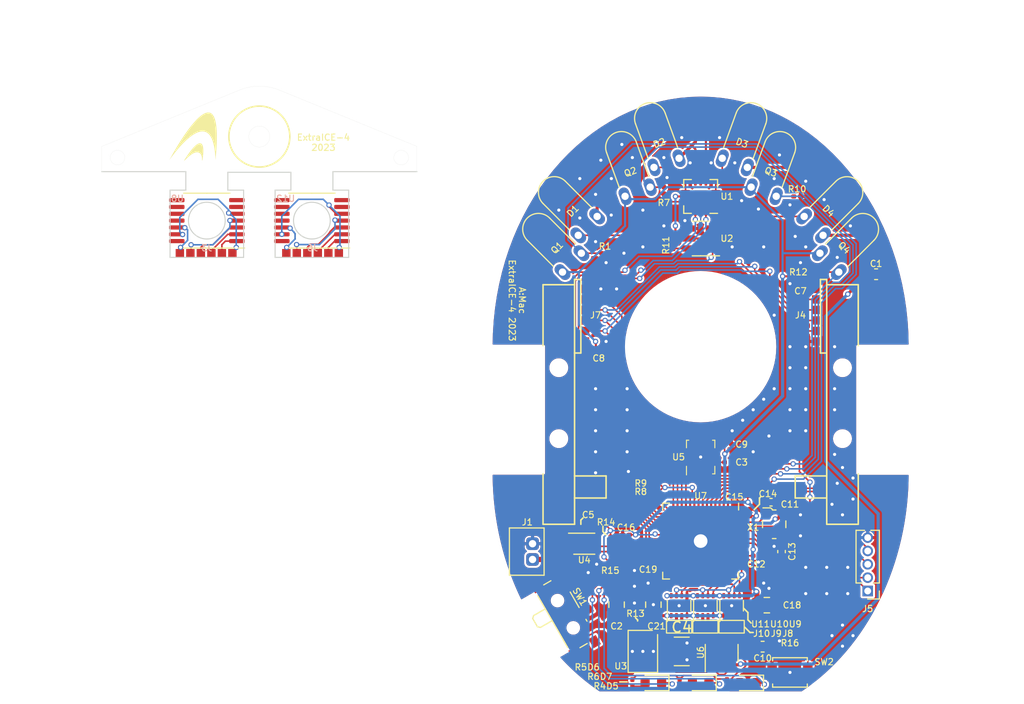
<source format=kicad_pcb>
(kicad_pcb (version 20221018) (generator pcbnew)
  (layers (0 "F.Cu" signal) (31 "B.Cu" signal) (34 "B.Paste" user) (35 "F.Paste" user) (36 "B.SilkS" user "B.Silkscreen") (37 "F.SilkS" user "F.Silkscreen") (38 "B.Mask" user) (39 "F.Mask" user) (44 "Edge.Cuts" user))
  (net 0 "")
  (net 1 "GND")
  (net 2 "Net-(D5-A)")
  (net 3 "+3V0")
  (net 4 "Net-(U7-MTCK)")
  (net 5 "/SDA")
  (net 6 "/SEN_LS")
  (net 7 "/SEN_RF")
  (net 8 "/SEN_RS")
  (net 9 "/SCL")
  (net 10 "/SEN_LF")
  (net 11 "Net-(U3-FB)")
  (net 12 "Net-(U2-Rext)")
  (net 13 "+BATT")
  (net 14 "Net-(D7-A)")
  (net 15 "Net-(D6-A)")
  (net 16 "+3.3V")
  (net 18 "Net-(J10-Pin_1)")
  (net 19 "Net-(J10-Pin_2)")
  (net 20 "/PWM_V")
  (net 21 "Net-(J9-Pin_1)")
  (net 22 "Net-(J9-Pin_2)")
  (net 23 "Net-(J8-Pin_1)")
  (net 24 "Net-(J8-Pin_2)")
  (net 25 "Net-(J3-Pin_5)")
  (net 26 "Net-(J3-Pin_4)")
  (net 27 "Net-(J3-Pin_3)")
  (net 28 "Net-(J3-Pin_2)")
  (net 29 "Net-(J3-Pin_6)")
  (net 30 "/MOT_SLEEP")
  (net 33 "/CWCCW_L")
  (net 34 "/PWM_L")
  (net 35 "/CWCCW_R")
  (net 36 "/PWM_R")
  (net 41 "Net-(J3-Pin_1)")
  (net 43 "Net-(J6-Pin_5)")
  (net 44 "Net-(J6-Pin_4)")
  (net 45 "Net-(J6-Pin_3)")
  (net 46 "Net-(J6-Pin_2)")
  (net 47 "Net-(J6-Pin_6)")
  (net 54 "Net-(J6-Pin_1)")
  (net 60 "/CHIP_PU")
  (net 61 "/GPIO0")
  (net 62 "/SPI2_MISO")
  (net 63 "/LED_SEL0")
  (net 64 "/CS_IMU")
  (net 65 "/SPI2_SCK")
  (net 66 "/SPI2_MOSI")
  (net 67 "/LED_SEL1")
  (net 68 "/SEN_LED_ENA")
  (net 69 "/LED_FRONT_B")
  (net 70 "/SPI1_MISO")
  (net 71 "/SPI1_MOSI")
  (net 72 "/CS_ENC_L")
  (net 73 "/LED_LEFT_R")
  (net 75 "Net-(U7-VDD_SPI)")
  (net 76 "/SPI1_SCK")
  (net 77 "/LED_RIGHT_G")
  (net 83 "/CS_ENC_R")
  (net 90 "/TXD")
  (net 91 "/RXD")
  (net 92 "Net-(U7-XTAL_N)")
  (net 93 "Net-(U7-XTAL_P)")
  (net 94 "Net-(D1-K)")
  (net 95 "Net-(D2-K)")
  (net 96 "Net-(D3-K)")
  (net 97 "Net-(D4-K)")
  (net 98 "Net-(U1-COM)")
  (net 104 "Net-(J1-Pin_2)")
  (net 106 "/BATT_SEN")
  (footprint "Resistor_SMD:R_0201_0603Metric" (layer "F.Cu") (at 150.845 92.9 180)
    (fp_text reference "R12")
    (fp_text value "0603 470 1%" hide)
  )
  (footprint "Connector_PinHeader_1.27mm:PinHeader_1x05_P1.27mm_Vertical" (layer "F.Cu") (at 155.9 123.25 180)
    (fp_text reference "J5")
    (fp_text value "Conn_01x05" hide)
  )
  (footprint "LED_SMD:LED_0603_1608Metric" (layer "F.Cu") (at 144.5 132 180)
    (fp_text reference "D5")
    (fp_text value "1608 R LED" hide)
  )
  (footprint "Micromouse:OSI5FU3A11C" (layer "F.Cu") (at 129.25 88.5 45)
    (fp_text reference "D1")
    (fp_text value "OSI5FU3A11C" hide)
  )
  (footprint "Capacitor_SMD:C_0201_0603Metric" (layer "F.Cu") (at 130.345 100.3 180)
    (fp_text reference "C8")
    (fp_text value "0603 50V 0.1uF")
  )
  (footprint "Capacitor_SMD:C_0201_0603Metric" (layer "F.Cu") (at 135.18 122 180)
    (fp_text reference "C19")
    (fp_text value "0603 50V 0.1uF")
  )
  (footprint "LED_SMD:LED_0603_1608Metric" (layer "F.Cu") (at 135.5 132 180)
    (fp_text reference "D6")
    (fp_text value "1608 G LED" hide)
  )
  (footprint "Capacitor_SMD:C_0402_1005Metric" (layer "F.Cu") (at 147.7 119.5 -90)
    (fp_text reference "C13")
    (fp_text value "1005 N/M" hide)
  )
  (footprint "LED_SMD:LED_0603_1608Metric" (layer "F.Cu") (at 140 132 180)
    (fp_text reference "D7")
    (fp_text value "1608 B LED" hide)
  )
  (footprint "Capacitor_SMD:C_0603_1608Metric" (layer "F.Cu") (at 156.7 93.1)
    (fp_text reference "C1")
    (fp_text value "3225 25V 22uF" hide)
  )
  (footprint "Library:SOT-26" (layer "F.Cu") (at 140 89.7 180)
    (fp_text reference "U2")
    (fp_text value "BCR421" hide)
  )
  (footprint "Micromouse:MotorPad" (layer "F.Cu") (at 140.45 126.65)
    (fp_text reference "J9")
    (fp_text value "Conn_01x02" hide)
  )
  (footprint "Micromouse:OSI5FU3A11C" (layer "F.Cu") (at 152.25 92 -45)
    (fp_text reference "Q4")
    (fp_text value "L-31ROPT1C" hide)
  )
  (footprint "Button_Switch_SMD:SW_SPST_B3U-1000P" (layer "F.Cu") (at 148.5 131 180)
    (fp_text reference "SW2")
    (fp_text value "B3U-1000P" hide)
  )
  (footprint "Resistor_SMD:R_0201_0603Metric" (layer "F.Cu") (at 134 126.5 180)
    (fp_text reference "R13")
    (fp_text value "0603 22k" hide)
  )
  (footprint "Micromouse:AMacLogo" (layer "F.Cu") (at 91.455252 79.954515)
    (fp_text reference "G***" hide)
    (fp_text value "LOGO" hide)
  )
  (footprint "Capacitor_SMD:C_0805_2012Metric" (layer "F.Cu") (at 135.5 124.55 90)
    (fp_text reference "C21")
    (fp_text value "2012 35V 10uF")
  )
  (footprint "Resistor_SMD:R_0201_0603Metric" (layer "F.Cu") (at 131.425 120.095 -90)
    (fp_text reference "R15")
    (fp_text value "0603 10k" hide)
  )
  (footprint "Capacitor_SMD:C_0201_0603Metric" (layer "F.Cu") (at 149.5 93.8)
    (fp_text reference "C7")
    (fp_text value "0603 50V 0.1uF")
  )
  (footprint "Capacitor_SMD:C_1210_3225Metric" (layer "F.Cu") (at 138.2 129)
    (fp_text reference "C4")
    (fp_text value "3225 25V 22uF")
  )
  (footprint "Package_SON:WSON-8-1EP_2x2mm_P0.5mm_EP0.9x1.6mm" (layer "F.Cu") (at 142.95 124.65 90)
    (fp_text reference "U9")
    (fp_text value "DRV8837C" hide)
  )
  (footprint "Micromouse:EncoderTerminal" (layer "F.Cu") (at 151 97 -90)
    (fp_text reference "J4")
    (fp_text value "MainSide" hide)
  )
  (footprint "Resistor_SMD:R_0201_0603Metric" (layer "F.Cu") (at 138 132 -90)
    (fp_text reference "R6")
    (fp_text value "0603 1k" hide)
  )
  (footprint "Resistor_SMD:R_0201_0603Metric" (layer "F.Cu") (at 148.5 128.9 180)
    (fp_text reference "R16")
    (fp_text value "0603 10k" hide)
  )
  (footprint "Capacitor_SMD:C_0201_0603Metric" (layer "F.Cu") (at 144.7 115.78 90)
    (fp_text reference "C14")
    (fp_text value "0603 50V 0.1uF")
  )
  (footprint "Capacitor_SMD:C_0201_0603Metric" (layer "F.Cu") (at 144.8 114.2)
    (fp_text reference "C15")
    (fp_text value "0603 50V 0.1uF")
  )
  (footprint "Button_Switch_SMD:SW_SPDT_PCM12" (layer "F.Cu") (at 127.413416 125.295993 -60)
    (fp_text reference "SW1")
    (fp_text value "PCM12SMTR" hide)
  )
  (footprint "Resistor_SMD:R_0201_0603Metric" (layer "F.Cu") (at 136.5 85.12 -90)
    (fp_text reference "R7")
    (fp_text value "0603 470 1%" hide)
  )
  (footprint "Micromouse:OSI5FU3A11C" (layer "F.Cu") (at 146 85.25 -20)
    (fp_text reference "Q3")
    (fp_text value "L-31ROPT1C" hide)
  )
  (footprint "Capacitor_SMD:C_0603_1608Metric" (layer "F.Cu") (at 145.9 128.55)
    (fp_text reference "C10")
    (fp_text value "1608 35V 1uF" hide)
  )
  (footprint "Capacitor_SMD:C_0201_0603Metric" (layer "F.Cu") (at 142.6 111 180)
    (fp_text reference "C3")
    (fp_text value "0603 50V 0.1uF" hide)
  )
  (footprint "Package_SO:TSSOP-14_4.4x5mm_P0.65mm" (layer "F.Cu") (at 103 88 180)
    (fp_text reference "U12")
    (fp_text value "AS5047D")
  )
  (footprint "Micromouse:MotorPad" (layer "F.Cu") (at 137.95 126.65)
    (fp_text reference "J10")
    (fp_text value "Conn_01x02" hide)
  )
  (footprint "Library:QFN-12-1EP_3x3mm_P0.5_EP1.15x1.15" (layer "F.Cu") (at 140 85.7 180)
    (fp_text reference "U1")
    (fp_text value "DG2034EDN" hide)
  )
  (footprint "Capacitor_SMD:C_0201_0603Metric" (layer "F.Cu") (at 128.925 117.35 180)
    (fp_text reference "C5")
    (fp_text value "0603 50V 0.1uF" hide)
  )
  (footprint "Micromouse:OSI5FU3A11C" (layer "F.Cu") (at 136.75 82.5 20)
    (fp_text reference "D2")
    (fp_text value "OSI5FU3A11C" hide)
  )
  (footprint "Oscillator:Oscillator_SMD_ECS_2520MV-xxx-xx-4Pin_2.5x2.0mm" (layer "F.Cu") (at 147 116.9)
    (fp_text reference "X1")
    (fp_text value "ECS-2520MVLC-400-BN" hide)
  )
  (footprint "Micromouse:OSI5FU3A11C" (layer "F.Cu") (at 150.75 88.5 -45)
    (fp_text reference "D4")
    (fp_text value "OSI5FU3A11C" hide)
  )
  (footprint "Micromouse:Hole1.4" (layer "F.Cu") (at 153.5 108.75)
    (fp_text reference "H4" hide)
    (fp_text value "Φ1.4" hide)
  )
  (footprint "Micromouse:EncoderTerminal" (layer "F.Cu") (at 103.065035 91.100366)
    (fp_text reference "J6")
    (fp_text value "EncSide")
  )
  (footprint "Library:LCC-8P-M04" (layer "F.Cu") (at 128.925 118.75)
    (fp_text reference "U4")
    (fp_text value "MB85RC64TA" hide)
  )
  (footprint "Micromouse:Hole1.4" (layer "F.Cu") (at 153.5 102)
    (fp_text reference "H3" hide)
    (fp_text value "Φ1.4" hide)
  )
  (footprint "Capacitor_SMD:C_0201_0603Metric" (layer "F.Cu") (at 132.9 117.9 180)
    (fp_text reference "C16")
    (fp_text value "0603 50V 0.1uF")
  )
  (footprint "Package_TO_SOT_SMD:SOT-23-5" (layer "F.Cu") (at 142 129.1375 90)
    (fp_text reference "U6")
    (fp_text value "XC6221B302GR" hide)
  )
  (footprint "Resistor_SMD:R_0201_0603Metric" (layer "F.Cu") (at 149.18 85.7)
    (fp_text reference "R10")
    (fp_text value "0603 470 1%" hide)
  )
  (footprint "Package_DFN_QFN:QFN-56-1EP_7x7mm_P0.4mm_EP4x4mm" (layer "F.Cu") (at 140 118.5 -90)
    (fp_text reference "U7")
    (fp_text value "ESP32-S3-FN8")
  )
  (footprint "Resistor_SMD:R_0201_0603Metric" (layer "F.Cu") (at 142.5 132 -90)
    (fp_text reference "R4")
    (fp_text value "0603 1k" hide)
  )
  (footprint "Micromouse:EncoderTerminal" (layer "F.Cu") (at 92.934965 91.100366)
    (fp_text reference "J3")
    (fp_text value "EncSide")
  )
  (footprint "Resistor_SMD:R_0201_0603Metric" (layer "F.Cu") (at 130.9 91.1)
    (fp_text reference "R1")
    (fp_text value "0603 470 1%" hide)
  )
  (footprint "Resistor_SMD:R_0201_0603Metric" (layer "F.Cu") (at 137.4 90.355 90)
    (fp_text reference "R11")
    (fp_text value "0603 6.2")
  )
  (footprint "Micromouse:Hole1.4" (layer "F.Cu") (at 126.5 102)
    (fp_text reference "H1" hide)
    (fp_text value "Φ1.4" hide)
  )
  (footprint "Capacitor_SMD:C_0201_0603Metric" (layer "F.Cu") (at 142.6 109.25)
    (fp_text reference "C9")
    (fp_text value "0603 50V 0.1uF" hide)
  )
  (footprint "Capacitor_SMD:C_0805_2012Metric" (layer "F.Cu") (at 146.3 124.6)
    (fp_text reference "C18")
    (fp_text value "2012 35V 10uF")
  )
  (footprint "Package_LGA:Bosch_LGA-14_3x2.5mm_P0.5mm" (layer "F.Cu") (at 140 110.5 90)
    (fp_text reference "U5")
    (fp_text value "LSM6DSR" hide)
  )
  (footprint "Package_SO:TSSOP-14_4.4x5mm_P0.65mm" (layer "F.Cu") (at 93 88 180)
    (fp_text reference "U8")
    (fp_text value "AS5047D")
  )
  (footprint "Micromouse:OSI5FU3A11C" (layer "F.Cu") (at 134 85.25 20)
    (fp_text reference "Q2")
    (fp_text value "L-31ROPT1C" hide)
  )
  (footprint "Resistor_SMD:R_0201_0603Metric" (layer "F.Cu") (at 133.5 132 -90)
    (fp_text reference "R5")
    (fp_text value "0603 1k")
  )
  (footprint "Micromouse:OSI5FU3A11C" (layer "F.Cu") (at 143.25 82.5 -20)
    (fp_text reference "D3")
    (fp_text value "OSI5FU3A11C" hide)
  )
  (footprint "Resistor_SMD:R_0201_0603Metric" (layer "F.Cu") (at 131.425 118.43 90)
    (fp_text reference "R14")
    (fp_text value "0603 10k")
  )
  (footprint "Micromouse:OSI5FU3A11C" (layer "F.Cu") (at 127.75 92 45)
    (fp_text reference "Q1")
    (fp_text value "L-31ROPT1C" hide)
  )
  (footprint "Package_SON:WSON-8-1EP_2x2mm_P0.5mm_EP0.9x1.6mm" (layer "F.Cu") (at 137.95 124.65 90)
    (fp_text reference "U11")
    (fp_text value "DRV8837C" hide)
  )
  (footprint "Micromouse:EncoderTerminal" (layer "F.Cu") (at 129 97 90)
    (fp_text reference "J7")
    (fp_text value "MainSide" hide)
  )
  (footprint "Package_SON:WSON-8-1EP_2x2mm_P0.5mm_EP0.9x1.6mm" (layer "F.Cu") (at 140.45 124.65 90)
    (fp_text reference "U10")
    (fp_text value "DRV8837C" hide)
  )
  (footprint "Capacitor_SMD:C_0805_2012Metric" (layer "F.Cu") (at 132 124.55 -90)
    (fp_text reference "C2")
    (fp_text value "2012 35V 10uF" hide)
  )
  (footprint "Capacitor_SMD:C_0402_1005Metric" (layer "F.Cu") (at 146.7 114.8)
    (fp_text reference "C11")
    (fp_text value "1005 N/M" hide)
  )
  (footprint "Micromouse:Hole1.4" (layer "F.Cu") (at 126.5 108.75)
    (fp_text reference "H2" hide)
    (fp_text value "Φ1.4" hide)
  )
  (footprint "Micromouse:B2B-ZH" (layer "F.Cu") (at 124 119.5 90)
    (fp_text reference "J1")
    (fp_text value "Conn_01x02" hide)
  )
  (footprint "Micromouse:MotorPad" (layer "F.Cu") (at 142.95 126.65)
    (fp_text reference "J8")
    (fp_text value "Conn_01x02" hide)
  )
  (footprint "Capacitor_SMD:C_0201_0603Metric" (layer "F.Cu") (at 145.32 119.9)
    (fp_text reference "C12")
    (fp_text value "0603 50V 0.1uF" hide)
  )
  (footprint "Library:MUN12AD01-SG" (layer "F.Cu") (at 134.5 129 -90)
    (fp_text reference "U3")
    (fp_text value "MUN12AD01-SG" hide)
  )
  (footprint "Resistor_SMD:R_0201_0603Metric" (layer "F.Cu") (at 135.7 113.8 180)
    (fp_text reference "R8")
    (fp_text value "0603 10k" hide)
  )
  (footprint "Resistor_SMD:R_0201_0603Metric" (layer "F.Cu") (at 135.7 113)
    (fp_text reference "R9")
    (fp_text value "0603 1k" hide)
  )
  (gr_line (start 128 100.6) (end 128.6 100.6) (stroke (width 0.15)) (layer "F.SilkS"))
  (gr_line (start 128 93.6) (end 128 116.9) (stroke (width 0.15)) (layer "F.SilkS"))
  (gr_line (start 155 94.1) (end 152 94.1) (stroke (width 0.15)) (layer "F.SilkS"))
  (gr_line (start 144.7 127.2) (end 144.2 126.7) (stroke (width 0.15)) (layer "F.SilkS"))
  (gr_line (start 144.5 125.3) (end 144.1 124.9) (stroke (width 0.15)) (layer "F.SilkS"))
  (gr_line (start 125 99.9) (end 125 94.1) (stroke (width 0.15)) (layer "F.SilkS"))
  (gr_line (start 133.8 125.8) (end 134 126) (stroke (width 0.15)) (layer "F.SilkS"))
  (gr_line (start 128.6 116.5) (end 128.6 116.9) (stroke (width 0.15)) (layer "F.SilkS"))
  (gr_line (start 152 116.9) (end 152 93.6) (stroke (width 0.15)) (layer "F.SilkS"))
  (gr_line (start 149 114.4) (end 152 114.4) (stroke (width 0.15)) (layer "F.SilkS"))
  (gr_line (start 131 112.3) (end 131 114.4) (stroke (width 0.15)) (layer "F.SilkS"))
  (gr_line (start 130.7 117.6) (end 131 117.9) (stroke (width 0.15)) (layer "F.SilkS"))
  (gr_line (start 151.4 93.6) (end 151.4 100.6) (stroke (width 0.15)) (layer "F.SilkS"))
  (gr_line (start 128.6 93.6) (end 128 93.6) (stroke (width 0.15)) (layer "F.SilkS"))
  (gr_line (start 128.6 100.6) (end 128.6 93.6) (stroke (width 0.15)) (layer "F.SilkS"))
  (gr_line (start 125 116.9) (end 125 112.1) (stroke (width 0.15)) (layer "F.SilkS"))
  (gr_line (start 152 93.6) (end 151.4 93.6) (stroke (width 0.15)) (layer "F.SilkS"))
  (gr_line (start 144.5 126) (end 144.5 125.3) (stroke (width 0.15)) (layer "F.SilkS"))
  (gr_line (start 151.4 100.6) (end 152 100.6) (stroke (width 0.15)) (layer "F.SilkS"))
  (gr_line (start 155 99.9) (end 155 94.1) (stroke (width 0.15)) (layer "F.SilkS"))
  (gr_circle (center 98 80) (end 98 77.1) (stroke (width 0.15)) (fill none) (layer "F.SilkS"))
  (gr_line (start 145.6 115) (end 145.1 115.5) (stroke (width 0.15)) (layer "F.SilkS"))
  (gr_line (start 145.6 114.4) (end 145.6 115) (stroke (width 0.15)) (layer "F.SilkS"))
  (gr_line (start 152 112.3) (end 149 112.3) (stroke (width 0.15)) (layer "F.SilkS"))
  (gr_line (start 131 114.4) (end 128 114.4) (stroke (width 0.15)) (layer "F.SilkS"))
  (gr_line (start 128 112.3) (end 131 112.3) (stroke (width 0.15)) (layer "F.SilkS"))
  (gr_line (start 144.8 126.3) (end 144.5 126) (stroke (width 0.15)) (layer "F.SilkS"))
  (gr_line (start 128 116.9) (end 125 116.9) (stroke (width 0.15)) (layer "F.SilkS"))
  (gr_line (start 155 112.1) (end 155 116.9) (stroke (width 0.15)) (layer "F.SilkS"))
  (gr_line (start 130.7 117.1) (end 130.7 117.6) (stroke (width 0.15)) (layer "F.SilkS"))
  (gr_line (start 125 94.1) (end 128 94.1) (stroke (width 0.15)) (layer "F.SilkS"))
  (gr_line (start 145.7 114.3) (end 145.6 114.4) (stroke (width 0.15)) (layer "F.SilkS"))
  (gr_line (start 149 112.3) (end 149 114.4) (stroke (width 0.15)) (layer "F.SilkS"))
  (gr_line (start 132.3 131.9) (end 133 131.9) (stroke (width 0.15)) (layer "F.SilkS"))
  (gr_line (start 155 116.9) (end 152 116.9) (stroke (width 0.15)) (layer "F.SilkS"))
  (gr_line (start 134 126) (end 134 126.1) (stroke (width 0.15)) (layer "F.SilkS"))
  (gr_line (start 128.8 116.3) (end 128.6 116.5) (stroke (width 0.15)) (layer "F.SilkS"))
  (gr_line (start 145 127.2) (end 144.7 127.2) (stroke (width 0.15)) (layer "F.SilkS"))
  (gr_line (start 106.5 85.1) (end 105 85.1) (stroke (width 0.1)) (layer "Edge.Cuts"))
  (gr_line (start 99.5 85.1) (end 101 85.1) (stroke (width 0.1)) (layer "Edge.Cuts"))
  (gr_line (start 96.5 91.5) (end 96.5 85.1) (stroke (width 0.1)) (layer "Edge.Cuts"))
  (gr_circle (center 98 80) (end 99 80) (stroke (width 0.01)) (fill none) (layer "Edge.Cuts"))
  (gr_line (start 119.999673 100) (end 125 100) (stroke (width 0.001)) (layer "Edge.Cuts"))
  (gr_line (start 160.000002 112) (end 155 112) (stroke (width 0.001)) (layer "Edge.Cuts"))
  (gr_circle (center 93 88) (end 93 86.25) (stroke (width 0.1)) (fill none) (layer "Edge.Cuts"))
  (gr_line (start 106.5 91.5) (end 106.5 85.1) (stroke (width 0.1)) (layer "Edge.Cuts"))
  (gr_line (start 96.5 85.1) (end 95 85.1) (stroke (width 0.1)) (layer "Edge.Cuts"))
  (gr_circle (center 153.5 102) (end 152.8 102) (stroke (width 0.001)) (fill none) (layer "Edge.Cuts"))
  (gr_line (start 105 83.338927) (end 105 85.1) (stroke (width 0.1)) (layer "Edge.Cuts"))
  (gr_line (start 99.5 91.5) (end 106.5 91.5) (stroke (width 0.1)) (layer "Edge.Cuts"))
  (gr_line (start 124.234557 123.535731) (end 127.334557 128.905089) (stroke (width 0.001)) (layer "Edge.Cuts"))
  (gr_circle (center 126.5 108.75) (end 125.8 108.75) (stroke (width 0.001)) (fill none) (layer "Edge.Cuts"))
  (gr_line (start 113 80.937491) (end 99.893462 75.574741) (stroke (width 0.01)) (layer "Edge.Cuts"))
  (gr_circle (center 126.5 102) (end 125.8 102) (stroke (width 0.001)) (fill none) (layer "Edge.Cuts"))
  (gr_line (start 125 100) (end 125 111.990277) (stroke (width 0.001)) (layer "Edge.Cuts"))
  (gr_circle (center 140 100) (end 133 100) (stroke (width 0.001)) (fill none) (layer "Edge.Cuts"))
  (gr_line (start 89.5 91.5) (end 96.5 91.5) (stroke (width 0.1)) (layer "Edge.Cuts"))
  (gr_line (start 122.845147 124.337908) (end 124.234557 123.535731) (stroke (width 0.001)) (layer "Edge.Cuts"))
  (gr_line (start 83 83.338927) (end 91 83.338927) (stroke (width 0.1)) (layer "Edge.Cuts"))
  (gr_line (start 125 111.990277) (end 120 111.990277) (stroke (width 0.001)) (layer "Edge.Cuts"))
  (gr_line (start 89.5 85.1) (end 89.5 91.5) (stroke (width 0.1)) (layer "Edge.Cuts"))
  (gr_line (start 127.334557 128.905089) (end 126.31018 129.496513) (stroke (width 0.001)) (layer "Edge.Cuts"))
  (gr_line (start 95 83.4) (end 101 83.4) (stroke (width 0.1)) (layer "Edge.Cuts"))
  (gr_line (start 155 100) (end 160.000327 100) (stroke (width 0.001)) (layer "Edge.Cuts"))
  (gr_curve (pts (xy 160.000327 100) (xy 160.000327 86.745166) (xy 151.045876 76) (xy 140 76)) (stroke (width 0.001)) (layer "Edge.Cuts"))
  (gr_curve (pts (xy 140 76) (xy 128.954124 76) (xy 119.999673 86.745166) (xy 119.999673 100)) (stroke (width 0.001)) (layer "Edge.Cuts"))
  (gr_line (start 95 85.1) (end 95 83.4) (stroke (width 0.1)) (layer "Edge.Cuts"))
  (gr_curve (pts (xy 120 111.990277) (xy 119.998532 116.339478) (xy 120.981952 120.607413) (xy 122.845147 124.337908)) (stroke (width 0.001)) (layer "Edge.Cuts"))
  (gr_line (start 112.999999 83.338927) (end 113 80.937491) (stroke (width 0.01)) (layer "Edge.Cuts"))
  (gr_line (start 89.5 85.1) (end 91 85.1) (stroke (width 0.1)) (layer "Edge.Cuts"))
  (gr_line (start 130.317541 133) (end 149.682459 133) (stroke (width 0.001)) (layer "Edge.Cuts"))
  (gr_line (start 83 80.937491) (end 83 83.338927) (stroke (width 0.01)) (layer "Edge.Cuts"))
  (gr_line (start 112.999999 83.338927) (end 105 83.338927) (stroke (width 0.1)) (layer "Edge.Cuts"))
  (gr_line (start 91 83.338927) (end 91 85.1) (stroke (width 0.1)) (layer "Edge.Cuts"))
  (gr_line (start 155 112) (end 155 100) (stroke (width 0.001)) (layer "Edge.Cuts"))
  (gr_line (start 101 85.1) (end 101 83.4) (stroke (width 0.1)) (layer "Edge.Cuts"))
  (gr_curve (pts (xy 149.682459 133) (xy 156.048776 128.773148) (xy 160.000002 120.730948) (xy 160.000002 112)) (stroke (width 0.001)) (layer "Edge.Cuts"))
  (gr_arc (start 96.106538 75.574741) (mid 98 75.202354) (end 99.893462 75.574741) (stroke (width 0.01)) (layer "Edge.Cuts"))
  (gr_line (start 99.5 85.1) (end 99.5 91.5) (stroke (width 0.1)) (layer "Edge.Cuts"))
  (gr_curve (pts (xy 126.31018 129.496513) (xy 127.5197 130.85928) (xy 128.865828 132.03615) (xy 130.317541 133)) (stroke (width 0.001)) (layer "Edge.Cuts"))
  (gr_circle (center 103 88) (end 103 86.25) (stroke (width 0.1)) (fill none) (layer "Edge.Cuts"))
  (gr_line (start 96.106538 75.574741) (end 83 80.937491) (stroke (width 0.01)) (layer "Edge.Cuts"))
  (gr_circle (center 153.5 108.75) (end 152.8 108.75) (stroke (width 0.001)) (fill none) (layer "Edge.Cuts"))
  (gr_circle (center 111.5 82) (end 112.2 82) (stroke (width 0.01)) (fill none) (layer "Edge.Cuts"))
  (gr_circle (center 84.5 82) (end 85.2 82) (stroke (width 0.01)) (fill none) (layer "Edge.Cuts"))
  (gr_text "A:Mac\nExtraICE-4 2023" (at 121.7 95.6 270) (layer "F.SilkS") (effects (font (size 0.6 0.6) (thickness 0.1) bold) (justify bottom)))
  (gr_text "ExtraICE-4\n2023" (at 104.1 81.4) (layer "F.SilkS") (effects (font (size 0.6 0.6) (thickness 0.1) bold) (justify bottom)))
  (segment (start 143.7 125.1) (end 143.4 125.1) (width 0.15) (layer "F.Cu") (net 1))
  (segment (start 143.4 125.1) (end 142.95 124.65) (width 0.15) (layer "F.Cu") (net 1))
  (segment (start 134.5 127.675) (end 134.5 129) (width 0.3) (layer "F.Cu") (net 1))
  (segment (start 134.86 122) (end 134.86 122.36) (width 0.15) (layer "F.Cu") (net 1))
  (segment (start 135 122.5) (end 135 123.1) (width 0.15) (layer "F.Cu") (net 1))
  (segment (start 142 130.275) (end 142 129.926104) (width 0.3) (layer "F.Cu") (net 1))
  (segment (start 138.25 124.65) (end 137.95 124.65) (width 0.3) (layer "F.Cu") (net 1))
  (segment (start 147.225 128) (end 146.675 128.55) (width 0.15) (layer "F.Cu") (net 1))
  (segment (start 138.7 125.6) (end 138.7 125.1) (width 0.15) (layer "F.Cu") (net 1))
  (segment (start 141.2 125.1) (end 140.9 125.1) (width 0.15) (layer "F.Cu") (net 1))
  (segment (start 147.5 128) (end 147.5 124.85) (width 0.15) (layer "F.Cu") (net 1))
  (segment (start 138.7 125.1) (end 138.4 125.1) (width 0.15) (layer "F.Cu") (net 1))
  (segment (start 147.5 128) (end 147.225 128) (width 0.15) (layer "F.Cu") (net 1))
  (segment (start 134.86 122.36) (end 135 122.5) (width 0.15) (layer "F.Cu") (net 1))
  (segment (start 138.7 123.7) (end 138.7 124.2) (width 0.3) (layer "F.Cu") (net 1))
  (segment (start 142 129.926104) (end 141.073896 129) (width 0.3) (layer "F.Cu") (net 1))
  (segment (start 140.9 125.1) (end 140.45 124.65) (width 0.15) (layer "F.Cu") (net 1))
  (segment (start 146.9905 119.2705) (end 146.9905 119) (width 0.15) (layer "F.Cu") (net 1))
  (segment (start 145.64 120.36) (end 145.5 120.5) (width 0.15) (layer "F.Cu") (net 1))
  (segment (start 147.5 124.85) (end 147.25 124.6) (width 0.15) (layer "F.Cu") (net 1))
  (segment (start 135 123.1) (end 135.5 123.6) (width 0.15) (layer "F.Cu") (net 1))
  (segment (start 147.7 119.98) (end 146.9905 119.2705) (width 0.15) (layer "F.Cu") (net 1))
  (segment (start 143.7 125.6) (end 143.7 125.1) (width 0.15) (layer "F.Cu") (net 1))
  (segment (start 146.9905 118.5405) (end 146.275 117.825) (width 0.15) (layer "F.Cu") (net 1))
  (segment (start 146.9905 119) (end 146.9905 118.5405) (width 0.15) (layer "F.Cu") (net 1))
  (segment (start 145.64 119.9) (end 145.64 120.36) (width 0.15) (layer "F.Cu") (net 1))
  (segment (start 138.4 125.1) (end 137.95 124.65) (width 0.15) (layer "F.Cu") (net 1))
  (segment (start 138.7 124.2) (end 138.25 124.65) (width 0.3) (layer "F.Cu") (net 1))
  (segment (start 141.073896 129) (end 139.675 129) (width 0.3) (layer "F.Cu") (net 1))
  (segment (start 141.2 125.6) (end 141.2 125.1) (width 0.15) (layer "F.Cu") (net 1))
  (via (at 130 90) (size 0.5) (drill 0.3) (layers "F.Cu" "B.Cu") (net 1))
  (via (at 138.7 129.8) (size 0.5) (drill 0.3) (layers "F.Cu" "B.Cu") (net 1))
  (via (at 131.489802 87.472461) (size 0.5) (drill 0.3) (layers "F.Cu" "B.Cu") (net 1))
  (via (at 154 121) (size 0.5) (drill 0.3) (layers "F.Cu" "B.Cu") (net 1))
  (via (at 130 85.5) (size 0.5) (drill 0.3) (layers "F.Cu" "B.Cu") (net 1))
  (via (at 146 122.5) (size 0.5) (drill 0.3) (layers "F.Cu" "B.Cu") (net 1))
  (via (at 130.1 120.7) (size 0.5) (drill 0.3) (layers "F.Cu" "B.Cu") (net 1))
  (via (at 131 99.5) (size 0.5) (drill 0.3) (layers "F.Cu" "B.Cu") (net 1))
  (via (at 132 94.5) (size 0.5) (drill 0.3) (layers "F.Cu" "B.Cu") (net 1))
  (via (at 152.75 110.25) (size 0.5) (drill 0.3) (layers "F.Cu" "B.Cu") (net 1))
  (via (at 147 104) (size 0.5) (drill 0.3) (layers "F.Cu" "B.Cu") (net 1))
  (via (at 150 100) (size 0.5) (drill 0.3) (layers "F.Cu" "B.Cu") (net 1))
  (via (at 149.5 92) (size 0.5) (drill 0.3) (layers "F.Cu" "B.Cu") (net 1))
  (via (at 130 112) (size 0.5) (drill 0.3) (layers "F.Cu" "B.Cu") (net 1))
  (via (at 154.5 112.5) (size 0.5) (drill 0.3) (layers "F.Cu" "B.Cu") (net 1))
  (via (at 139 82.5) (size 0.5) (drill 0.3) (layers "F.Cu" "B.Cu") (net 1))
  (via (at 140.45 124.65) (size 0.5) (drill 0.3) (layers "F.Cu" "B.Cu") (net 1))
  (via (at 150 102) (size 0.5) (drill 0.3) (layers "F.Cu" "B.Cu") (net 1))
  (via (at 149.5 116) (size 0.5) (drill 0.3) (layers "F.Cu" "B.Cu") (net 1))
  (via (at 133 110) (size 0.5) (drill 0.3) (layers "F.Cu" "B.Cu") (net 1))
  (via (at 132.5 80.75) (size 0.5) (drill 0.3) (layers "F.Cu" "B.Cu") (net 1))
  (via (at 153.5 111.5) (size 0.5) (drill 0.3) (layers "F.Cu" "B.Cu") (net 1))
  (via (at 130 110) (size 0.5) (drill 0.3) (layers "F.Cu" "B.Cu") (net 1))
  (via (at 145 106) (size 0.5) (drill 0.3) (layers "F.Cu" "B.Cu") (net 1))
  (via (at 150 121) (size 0.5) (drill 0.3) (layers "F.Cu" "B.Cu") (net 1))
  (via (at 132.7 91.1) (size 0.5) (drill 0.3) (layers "F.Cu" "B.Cu") (net 1))
  (via (at 152.75 100) (size 0.5) (drill 0.3) (layers "F.Cu" "B.Cu") (net 1))
  (via (at 133.5 82) (size 0.5) (drill 0.3) (layers "F.Cu" "B.Cu") (net 1))
  (via (at 133 106) (size 0.5) (drill 0.3) (layers "F.Cu" "B.Cu") (net 1))
  (via (at 153 91.5) (size 0.5) (drill 0.3) (layers "F.Cu" "B.Cu") (net 1))
  (via (at 143.9 86.1) (size 0.5) (drill 0.3) (layers "F.Cu" "B.Cu") (net 1))
  (via (at 134.5 87) (size 0.5) (drill 0.3) (layers "F.Cu" "B.Cu") (net 1))
  (via (at 153.5 116) (size 0.5) (drill 0.3) (layers "F.Cu" "B.Cu") (net 1))
  (via (at 148.5 131) (size 0.5) (drill 0.3) (layers "F.Cu" "B.Cu") (net 1))
  (via (at 152.75 104) (size 0.5) (drill 0.3) (layers "F.Cu" "B.Cu") (net 1))
  (via (at 128.5 84) (size 0.5) (drill 0.3) (layers "F.Cu" "B.Cu") (net 1))
  (via (at 130.5 94.5) (size 0.5) (drill 0.3) (layers "F.Cu" "B.Cu") (net 1))
  (via (at 131.5 84) (size 0.5) (drill 0.3) (layers "F.Cu" "B.Cu") (net 1))
  (via (at 148.5 94) (size 0.5) (drill 0.3) (layers "F.Cu" "B.Cu") (net 1))
  (via (at 150 90.5) (size 0.5) (drill 0.3) (layers "F.Cu" "B.Cu") (net 1))
  (via (at 147.5 128) (size 0.5) (drill 0.3) (layers "F.Cu" "B.Cu") (net 1))
  (via (at 145 110) (size 0.5) (drill 0.3) (layers "F.Cu" "B.Cu") (net 1))
  (via (at 150 106) (size 0.5) (drill 0.3) (layers "F.Cu" "B.Cu") (net 1))
  (via (at 144 107) (size 0.5) (drill 0.3) (layers "F.Cu" "B.Cu") (net 1))
  (via (at 150 108) (size 0.5) (drill 0.3) (layers "F.Cu" "B.Cu") (net 1))
  (via (at 153.5 126.5) (size 0.5) (drill 0.3) (layers "F.Cu" "B.Cu") (net 1))
  (via (at 141.8 80.1) (size 0.5) (drill 0.3) (layers "F.Cu" "B.Cu") (net 1))
  (via (at 148.5 106) (size 0.5) (drill 0.3) (layers "F.Cu" "B.Cu") (net 1))
  (via (at 147 97) (size 0.5) (drill 0.3) (layers "F.Cu" "B.Cu") (net 1))
  (via (at 140 110.5) (size 0.5) (drill 0.3) (layers "F.Cu" "B.Cu") (net 1))
  (via (at 145.5 120.5) (size 0.5) (drill 0.3) (layers "F.Cu" "B.Cu") (net 1))
  (via (at 146 105) (size 0.5) (drill 0.3) (layers "F.Cu" "B.Cu") (net 1))
  (via (at 145.5 86.9) (size 0.5) (drill 0.3) (layers "F.Cu" "B.Cu") (net 1))
  (via (at 147.5 81.75) (size 0.5) (drill 0.3) (layers "F.Cu" "B.Cu") (net 1))
  (via (at 146.5 108.5) (size 0.5) (drill 0.3) (layers "F.Cu" "B.Cu") (net 1))
  (via (at 151.75 86) (size 0.5) (drill 0.3) (layers "F.Cu" "B.Cu") (net 1))
  (via (at 131 92) (size 0.5) (drill 0.3) (layers "F.Cu" "B.Cu") (net 1))
  (via (at 134.5 129) (size 0.5) (drill 0.3) (layers "F.Cu" "B.Cu") (net 1))
  (via (at 152 123.5) (size 0.5) (drill 0.3) (layers "F.Cu" "B.Cu") (net 1))
  (via (at 133 108) (size 0.5) (drill 0.3) (layers "F.Cu" "B.Cu") (net 1))
  (via (at 146.9905 119) (size 0.5) (drill 0.3) (layers "F.Cu" "B.Cu") (net 1))
  (via (at 135.5 129) (size 0.5) (drill 0.3) (layers "F.Cu" "B.Cu") (net 1))
  (via (at 150 104) (size 0.5) (drill 0.3) (layers "F.Cu" "B.Cu") (net 1))
  (via (at 135 122.5) (size 0.5) (drill 0.3) (layers "F.Cu" "B.Cu") (net 1))
  (via (at 148.5 108) (size 0.5) (drill 0.3) (layers "F.Cu" "B.Cu") (net 1))
  (via (at 153.5 128.5) (size 0.5) (drill 0.3) (layers "F.Cu" "B.Cu") (net 1))
  (via (at 152 121) (size 0.5) (drill 0.3) (layers "F.Cu" "B.Cu") (net 1))
  (via (at 152.75 106) (size 0.5) (drill 0.3) (layers "F.Cu" "B.Cu") (net 1))
  (via (at 133.123023 111.876977) (size 0.5) (drill 0.3) (layers "F.Cu" "B.Cu") (net 1))
  (via (at 128.5 87.75) (size 0.5) (drill 0.3) (layers "F.Cu" "B.Cu") (net 1))
  (via (at 150 84.25) (size 0.5) (drill 0.3) (layers "F.Cu" "B.Cu") (net 1))
  (via (at 138.7 128.2) (size 0.5) (drill 0.3) (layers "F.Cu" "B.Cu") (net 1))
  (via (at 136.8 83.9) (size 0.5) (drill 0.3) (layers "F.Cu" "B.Cu") (net 1))
  (via (at 129.3 121.5) (size 0.5) (drill 0.3) (layers "F.Cu" "B.Cu") (net 1))
  (via (at 133.7 121.3) (size 0.5) (drill 0.3) (layers "F.Cu" "B.Cu") (net 1))
  (via (at 143 90.5) (size 0.5) (drill 0.3) (layers "F.Cu" "B.Cu") (net 1))
  (via (at 153 113) (size 0.5) (drill 0.3) (layers "F.Cu" "B.Cu") (net 1))
  (via (at 133.5 129) (size 0.5) (drill 0.3) (layers "F.Cu" "B.Cu") (net 1))
  (via (at 146 90.5) (size 0.5) (drill 0.3) (layers "F.Cu" "B.Cu") (net 1))
  (via (at 138.5 88) (size 0.5) (drill 0.3) (layers "F.Cu" "B.Cu") (net 1))
  (via (at 143.25 82.5) (size 0.5) (drill 0.3) (layers "F.Cu" "B.Cu") (net 1))
  (via (at 152.5 115) (size 0.5) (drill 0.3) (layers "F.Cu" "B.Cu") (net 1))
  (via (at 136.5 82) (size 0.5) (drill 0.3) (layers "F.Cu" "B.Cu") (net 1))
  (via (at 140 118.5) (size 1.5) (drill 1.3) (layers "F.Cu" "B.Cu") (net 1))
  (via (at 130.5 82.25) (size 0.5) (drill 0.3) (layers "F.Cu" "B.Cu") (net 1))
  (via (at 133.7 122.8) (size 0.5) (drill 0.3) (layers "F.Cu" "B.Cu") (net 1))
  (via (at 149.5 118) (size 0.5) (drill 0.3) (layers "F.Cu" "B.Cu") (net 1))
  (via (at 133.7 124.4) (size 0.5) (drill 0.3) (layers "F.Cu" "B.Cu") (net 1))
  (via (at 147 84) (size 0.5) (drill 0.3) (layers "F.Cu" "B.Cu") (net 1))
  (via (at 148.5 104) (size 0.5) (drill 0.3) (layers "F.Cu" "B.Cu") (net 1))
  (via (at 142.95 124.65) (size 0.5) (drill 0.3) (layers "F.Cu" "B.Cu") (net 1))
  (via (at 138.2 80.1) (size 0.5) (drill 0.3) (layers "F.Cu" "B.Cu") (net 1))
  (via (at 137.95 124.65) (size 0.5) (drill 0.3) (layers "F.Cu" "B.Cu") (net 1))
  (via (at 154.25 88.5) (size 0.5) (drill 0.3) (layers "F.Cu" "B.Cu") (net 1))
  (via (at 135.5 124.55) (size 0.5) (drill 0.3) (layers "F.Cu" "B.Cu") (net 1))
  (via (at 130 108) (size 0.5) (drill 0.3) (layers "F.Cu" "B.Cu") (net 1))
  (via (at 141 82.5) (size 0.5) (drill 0.3) (layers "F.Cu" "B.Cu") (net 1))
  (via (at 146.5 123) (size 0.5) (drill 0.3) (layers "F.Cu" "B.Cu") (net 1))
  (via (at 154 123.5) (size 0.5) (drill 0.3) (layers "F.Cu" "B.Cu") (net 1))
  (via (at 136.5 88.5) (size 0.5) (drill 0.3) (layers "F.Cu" "B.Cu") (net 1))
  (via (at 148.5 86.5) (size 0.5) (drill 0.3) (layers "F.Cu" "B.Cu") (net 1))
  (via (at 154.5 114.5) (size 0.5) (drill 0.3) (layers "F.Cu" "B.Cu") (net 1))
  (via (at 150 123.5) (size 0.5) (drill 0.3) (layers "F.Cu" "B.Cu") (net 1))
  (via (at 133 104) (size 0.5) (drill 0.3) (layers "F.Cu" "B.Cu") (net 1))
  (via (at 148.5 102) (size 0.5) (drill 0.3) (layers "F.Cu" "B.Cu") (net 1))
  (via (at 154.5 127.5) (size 0.5) (drill 0.3) (layers "F.Cu" "B.Cu") (net 1))
  (via (at 149 89.5) (size 0.5) (drill 0.3) (layers "F.Cu" "B.Cu") (net 1))
  (via (at 134.5 90.5) (size 0.5) (drill 0.3) (layers "F.Cu" "B.Cu") (net 1))
  (via (at 130 106) (size 0.5) (drill 0.3) (layers "F.Cu" "B.Cu") (net 1))
  (via (at 152.5 127.5) (size 0.5) (drill 0.3) (layers "F.Cu" "B.Cu") (net 1))
  (via (at 148.5 100) (size 0.5) (drill 0.3) (layers "F.Cu" "B.Cu") (net 1))
  (via (at 130 104) (size 0.5) (drill 0.3) (layers "F.Cu" "B.Cu") (net 1))
  (via (at 143 108) (size 0.5) (drill 0.3) (layers "F.Cu" "B.Cu") (net 1))
  (via (at 126.5 87) (size 0.5) (drill 0.3) (layers "F.Cu" "B.Cu") (net 1))
  (segment (start 142.5 132.32) (end 143.3925 132.32) (width 0.15) (layer "F.Cu") (net 2))
  (segment (start 143.3925 132.32) (end 143.7125 132) (width 0.15) (layer "F.Cu") (net 2))
  (segment (start 137.2 123.7) (end 136.8 123.7) (width 0.3) (layer "F.Cu") (net 3))
  (segment (start 130.5 116.5) (end 129.5 116.5) (width 0.15) (layer "F.Cu") (net 3))
  (segment (start 141.8 115.05) (end 141.8 114.670674) (width 0.15) (layer "F.Cu") (net 3))
  (segment (start 147.725 115.975) (end 147.3 116.4) (width 0.3) (layer "F.Cu") (net 3))
  (segment (start 143.755124 130.7745) (end 143.896545 130.7745) (width 0.15) (layer "F.Cu") (net 3))
  (segment (start 144 116.3) (end 143.45 116.3) (width 0.15) (layer "F.Cu") (net 3))
  (segment (start 142.5 131.68) (end 142.849624 131.68) (width 0.15) (layer "F.Cu") (net 3))
  (segment (start 146.075 129.5) (end 145.125 128.55) (width 0.15) (layer "F.Cu") (net 3))
  (segment (start 142.28 109.25) (end 142.28 110.18) (width 0.15) (layer "F.Cu") (net 3))
  (segment (start 145.35 123.35) (end 145.3 123.3) (width 0.5) (layer "F.Cu") (net 3))
  (segment (start 137.62 131.3) (end 133.88 131.3) (width 0.15) (layer "F.Cu") (net 3))
  (segment (start 142.6 114.2) (end 144.48 114.2) (width 0.15) (layer "F.Cu") (net 3))
  (segment (start 138 131.68) (end 137.62 131.3) (width 0.15) (layer "F.Cu") (net 3))
  (segment (start 138.38 131.3) (end 138 131.68) (width 0.15) (layer "F.Cu") (net 3))
  (segment (start 150.9 93.8) (end 151 93.9) (width 0.2) (layer "F.Cu") (net 3))
  (segment (start 148 129.5) (end 146.075 129.5) (width 0.15) (layer "F.Cu") (net 3))
  (segment (start 141.8 114.670674) (end 142.270674 114.2) (width 0.15) (layer "F.Cu") (net 3))
  (segment (start 144.7 116.1) (end 145.3 116.1) (width 0.15) (layer "F.Cu") (net 3))
  (segment (start 129 99.5) (end 129 100.2) (width 0.2) (layer "F.Cu") (net 3))
  (segment (start 145 119.9) (end 143.45 119.9) (width 0.15) (layer "F.Cu") (net 3))
  (segment (start 142.2 114.6) (end 142.6 114.2) (width 0.15) (layer "F.Cu") (net 3))
  (segment (start 144.48 114.78) (end 144.5 114.8) (width 0.15) (layer "F.Cu") (net 3))
  (segment (start 130.025 100.3) (end 130.025 99.525) (width 0.2) (layer "F.Cu") (net 3))
  (segment (start 131.4 117.4) (end 130.5 116.5) (width 0.15) (layer "F.Cu") (net 3))
  (segment (start 149.82 93.8) (end 150.9 93.8) (width 0.2) (layer "F.Cu") (net 3))
  (segment (start 139.7 123.7) (end 139.3 123.7) (width 0.3) (layer "F.Cu") (net 3))
  (segment (start 142.2 123.7) (end 141.8 123.7) (width 0.3) (layer "F.Cu") (net 3))
  (segment (start 131.315 118) (end 131.425 118.11) (width 0.15) (layer "F.Cu") (net 3))
  (segment (start 141.2 131.3) (end 138.38 131.3) (width 0.15) (layer "F.Cu") (net 3))
  (segment (start 130 117.5) (end 129.395 117.5) (width 0.15) (layer "F.Cu") (net 3))
  (segment (start 148.18 129.32) (end 148 129.5) (width 0.15) (layer "F.Cu") (net 3))
  (segment (start 136.55 117.9) (end 135.7 117.9) (width 0.15) (layer "F.Cu") (net 3))
  (segment (start 144.4625 129.2125) (end 145.125 128.55) (width 0.5) (layer "F.Cu") (net 3))
  (segment (start 129.5 116.5) (end 129.245 116.755) (width 0.15) (layer "F.Cu") (net 3))
  (segment (start 144.2745 130.396545) (end 144.2745 129.987) (width 0.15) (layer "F.Cu") (net 3))
  (segment (start 142.28 111) (end 142.28 110.22) (width 0.15) (layer "F.Cu") (net 3))
  (segment (start 145.125 127.075) (end 145.125 128.55) (width 0.5) (layer "F.Cu") (net 3))
  (segment (start 149.82 93.8) (end 149.82 93.502893) (width 0.2) (layer "F.Cu") (net 3))
  (segment (start 145.35 124.6) (end 145.35 126.85) (width 0.5) (layer "F.Cu") (net 3))
  (segment (start 130.225 117.725) (end 130 117.5) (width 0.15) (layer "F.Cu") (net 3))
  (segment (start 131.4 117.5) (end 131.4 117.4) (width 0.15) (layer "F.Cu") (net 3))
  (segment (start 145.35 126.85) (end 145.125 127.075) (width 0.5) (layer "F.Cu") (net 3))
  (segment (start 142.28 111) (end 141.0125 111) (width 0.15) (layer "F.Cu") (net 3))
  (segment (start 141.05 128) (end 142.2625 129.2125) (width 0.5) (layer "F.Cu") (net 3))
  (segment (start 144.2 116.1) (end 144.7 116.1) (width 0.15) (layer "F.Cu") (net 3))
  (segment (start 130.225 118) (end 130.225 117.725) (width 0.15) (layer "F.Cu") (net 3))
  (segment (start 151 93.9) (end 151 94.5) (width 0.2) (layer "F.Cu") (net 3))
  (segment (start 142.28 110.18) (end 142.3 110.2) (width 0.15) (layer "F.Cu") (net 3))
  (segment (start 133.88 131.3) (end 133.5 131.68) (width 0.15) (layer "F.Cu") (net 3))
  (segment (start 142.849624 131.68) (end 143.755124 130.7745) (width 0.15) (layer "F.Cu") (net 3))
  (segment (start 141.5255 131.6255) (end 141.2 131.3) (width 0.15) (layer "F.Cu") (net 3))
  (segment (start 143.5 129.2125) (end 144.4625 129.2125) (width 0.5) (layer "F.Cu") (net 3))
  (segment (start 135.664477 117.864477) (end 135.664477 117.8255) (width 0.15) (layer "F.Cu") (net 3))
  (segment (start 131.425 117.525) (end 131.4 117.5) (width 0.15) (layer "F.Cu") (net 3))
  (segment (start 143.45 115.9) (end 144 115.9) (width 0.15) (layer "F.Cu") (net 3))
  (segment (start 130.025 99.525) (end 130 99.5) (width 0.2) (layer "F.Cu") (net 3))
  (segment (start 131.425 118.11) (end 131.425 117.525) (width 0.15) (layer "F.Cu") (net 3))
  (segment (start 142.4455 131.6255) (end 141.5255 131.6255) (width 0.15) (layer "F.Cu") (net 3))
  (segment (start 142.2 115.05) (end 142.2 114.6) (width 0.15) (layer "F.Cu") (net 3))
  (segment (start 129 100.2) (end 129.1 100.3) (width 0.2) (layer "F.Cu") (net 3))
  (segment (start 142.2625 129.2125) (end 143.5 129.2125) (width 0.5) (layer "F.Cu") (net 3))
  (segment (start 144.48 114.2) (end 144.48 114.78) (width 0.15) (layer "F.Cu") (net 3))
  (segment (start 144.2 116.1) (end 144 116.3) (width 0.15) (layer "F.Cu") (net 3))
  (segment (start 135.7 117.9) (end 135.664477 117.864477) (width 0.15) (layer "F.Cu") (net 3))
  (segment (start 142.5 131.68) (end 142.4455 131.6255) (width 0.15) (layer "F.Cu") (net 3))
  (segment (start 140.75 109.2375) (end 142.2675 109.2375) (width 0.15) (layer "F.Cu") (net 3))
  (segment (start 148.18 128.9) (end 148.18 129.32) (width 0.15) (layer "F.Cu") (net 3))
  (segment (start 144 115.9) (end 144.2 116.1) (width 0.15) (layer "F.Cu") (net 3))
  (segment (start 142.28 110.22) (end 142.3 110.2) (width 0.15) (layer "F.Cu") (net 3))
  (segment (start 129.395 117.5) (end 129.245 117.35) (width 0.15) (layer "F.Cu") (net 3))
  (segment (start 145.35 124.6) (end 145.35 123.35) (width 0.5) (layer "F.Cu") (net 3))
  (segment (start 147.3 116.4) (end 147.1 116.4) (width 0.3) (layer "F.Cu") (net 3))
  (segment (start 133.8 117.9) (end 133.22 117.9) (width 0.15) (layer "F.Cu") (net 3))
  (segment (start 129.245 116.755) (end 129.245 117.35) (width 0.15) (layer "F.Cu") (net 3))
  (segment (start 143.896545 130.7745) (end 144.2745 130.396545) (width 0.15) (layer "F.Cu") (net 3))
  (segment (start 149.617107 93.3) (end 147.8 93.3) (width 0.2) (layer "F.Cu") (net 3))
  (segment (start 129.1 100.3) (end 130.025 100.3) (width 0.2) (layer "F.Cu") (net 3))
  (segment (start 142.270674 114.2) (end 142.6 114.2) (width 0.15) (layer "F.Cu") (net 3))
  (segment (start 131.215 120.415) (end 130.8 120) (width 0.15) (layer "F.Cu") (net 3))
  (segment (start 149.82 93.502893) (end 149.617107 93.3) (width 0.2) (layer "F.Cu") (net 3))
  (segment (start 131.425 120.415) (end 131.215 120.415) (width 0.15) (layer "F.Cu") (net 3))
  (segment (start 145 119.9) (end 145 119.3) (width 0.15) (layer "F.Cu") (net 3))
  (segment (start 142.2675 109.2375) (end 142.28 109.25) (width 0.15) (layer "F.Cu") (net 3))
  (segment (start 144.2745 129.987) (end 143.5 129.2125) (width 0.15) (layer "F.Cu") (net 3))
  (via (at 141.8 123.7) (size 0.5) (drill 0.3) (layers "F.Cu" "B.Cu") (net 3))
  (via (at 136.8 123.7) (size 0.5) (drill 0.3) (layers "F.Cu" "B.Cu") (net 3))
  (via (at 133.8 117.9) (size 0.5) (drill 0.3) (layers "F.Cu" "B.Cu") (net 3))
  (via (at 139.3 123.7) (size 0.5) (drill 0.3) (layers "F.Cu" "B.Cu") (net 3))
  (via (at 142.3 110.2) (size 0.5) (drill 0.3) (layers "F.Cu" "B.Cu") (net 3))
  (via (at 135.664477 117.8255) (size 0.5) (drill 0.3) (layers "F.Cu" "B.Cu") (net 3))
  (via (at 145 119.3) (size 0.5) (drill 0.3) (layers "F.Cu" "B.Cu") (net 3))
  (via (at 145.3 123.3) (size 0.5) (drill 0.3) (layers "F.Cu" "B.Cu") (net 3))
  (via (at 130 99.5) (size 0.5) (drill 0.3) (layers "F.Cu" "B.Cu") (net 3))
  (via (at 147.1 116.4) (size 0.5) (drill 0.3) (layers "F.Cu" "B.Cu") (net 3))
  (via (at 130.8 120) (size 0.5) (drill 0.3) (layers "F.Cu" "B.Cu") (net 3))
  (via (at 145.3 116.1) (size 0.5) (drill 0.3) (layers "F.Cu" "B.Cu") (net 3))
  (via (at 144.5 114.8) (size 0.5) (drill 0.3) (layers "F.Cu" "B.Cu") (net 3))
  (via (at 131.4 117.5) (size 0.5) (drill 0.3) (layers "F.Cu" "B.Cu") (net 3))
  (via (at 147.8 93.3) (size 0.5) (drill 0.3) (layers "F.Cu" "B.Cu") (net 3))
  (via (at 145.3 123.3) (size 0.5) (drill 0.3) (layers "F.Cu" "B.Cu") (net 3))
  (segment (start 147.8 91.101974) (end 147.8 93.3) (width 0.2) (layer "B.Cu") (net 3))
  (segment (start 136.8 123.7) (end 139.3 123.7) (width 0.3) (layer "B.Cu") (net 3))
  (segment (start 135.649053 85.955547) (end 133.077771 85.955547) (width 0.2) (layer "B.Cu") (net 3))
  (segment (start 144.5 114.8) (end 142.3 114.8) (width 0.3) (layer "B.Cu") (net 3))
  (segment (start 151.351974 91.101974) (end 147.8 91.101974) (width 0.2) (layer "B.Cu") (net 3))
  (segment (start 144.9505 122.9505) (end 144.9505 119.3495) (width 0.3) (layer "B.Cu") (net 3))
  (segment (start 128.407608 92.898026) (end 128.407608 97.907608) (width 0.2) (layer "B.Cu") (net 3))
  (segment (start 133.4 117.5) (end 131.4 117.5) (width 0.15) (layer "B.Cu") (net 3))
  (segment (start 145.3 123.3) (end 144.9505 122.9505) (width 0.3) (layer "B.Cu") (net 3))
  (segment (start 142.3 114.8) (end 136.9 114.8) (width 0.3) (layer "B.Cu") (net 3))
  (segment (start 136.9 114.8) (end 133.8 117.9) (width 0.3) (layer "B.Cu") (net 3))
  (segment (start 147.8 88) (end 144.80659 85.00659) (width 0.2) (layer "B.Cu") (net 3))
  (segment (start 147.8 91.101974) (end 147.8 88) (width 0.2) (layer "B.Cu") (net 3))
  (segment (start 130.8 120) (end 130.8 118.1) (width 0.15) (layer "B.Cu") (net 3))
  (segment (start 142.3 110.2) (end 147.8 104.7) (width 0.3) (layer "B.Cu") (net 3))
  (segment (start 133.8 117.9) (end 133.4 117.5) (width 0.15) (layer "B.Cu") (net 3))
  (segment (start 144.9505 119.3495) (end 145 119.3) (width 0.3) (layer "B.Cu") (net 3))
  (segment (start 133.8 117.9) (end 135.589977 117.9) (width 0.15) (layer "B.Cu") (net 3))
  (segment (start 147.8 104.7) (end 147.8 93.3) (width 0.3) (layer "B.Cu") (net 3))
  (segment (start 133.077771 85.955547) (end 132.80659 85.684366) (width 0.2) (layer "B.Cu") (net 3))
  (segment (start 132.80659 88.499044) (end 128.407608 92.898026) (width 0.2) (layer "B.Cu") (net 3))
  (segment (start 145 116.4) (end 145.3 116.1) (width 0.3) (layer "B.Cu") (net 3))
  (segment (start 136.788966 84.815634) (end 135.649053 85.955547) (width 0.2) (layer "B.Cu") (net 3))
  (segment (start 145 116.8) (end 146.7 116.8) (width 0.3) (layer "B.Cu") (net 3))
  (segment (start 145.3 115.6) (end 144.5 114.8) (width 0.3) (layer "B.Cu") (net 3))
  (segment (start 145.3 116.1) (end 145.3 115.6) (width 0.3) (layer "B.Cu") (net 3))
  (segment (start 141.8 123.7) (end 139.3 123.7) (width 0.3) (layer "B.Cu") (net 3))
  (segment (start 144.9 123.7) (end 141.8 123.7) (width 0.3) (layer "B.Cu") (net 3))
  (segment (start 145 119.3) (end 145 116.8) (width 0.3) (layer "B.Cu") (net 3))
  (segment (start 145 116.8) (end 145 116.4) (width 0.3) (layer "B.Cu") (net 3))
  (segment (start 144.80659 84.815634) (end 136.788966 84.815634) (width 0.2) (layer "B.Cu") (net 3))
  (segment (start 128.407608 97.907608) (end 130 99.5) (width 0.2) (layer "B.Cu") (net 3))
  (segment (start 145.3 123.3) (end 144.9 123.7) (width 0.3) (layer "B.Cu") (net 3))
  (segment (start 130.8 118.1) (end 131.4 117.5) (width 0.15) (layer "B.Cu") (net 3))
  (segment (start 146.7 116.8) (end 147.1 116.4) (width 0.3) (layer "B.Cu") (net 3))
  (segment (start 144.80659 85.00659) (end 144.80659 84.815634) (width 0.2) (layer "B.Cu") (net 3))
  (segment (start 135.589977 117.9) (end 135.664477 117.8255) (width 0.15) (layer "B.Cu") (net 3))
  (segment (start 132.80659 85.684366) (end 132.80659 88.499044) (width 0.2) (layer "B.Cu") (net 3))
  (segment (start 128.407608 92.898026) (end 126.851974 92.898026) (width 0.2) (layer "B.Cu") (net 3))
  (segment (start 142.3 110.2) (end 142.3 114.8) (width 0.3) (layer "B.Cu") (net 3))
  (segment (start 150.2 129.4) (end 150.2 131) (width 0.15) (layer "F.Cu") (net 4))
  (segment (start 148.82 124.491045) (end 148.82 128.9) (width 0.15) (layer "F.Cu") (net 4))
  (segment (start 149.7 128.9) (end 150.2 129.4) (width 0.15) (layer "F.Cu") (net 4))
  (segment (start 143.45 120.7) (end 145.028955 120.7) (width 0.15) (layer "F.Cu") (net 4))
  (segment (start 148.82 128.9) (end 149.7 128.9) (width 0.15) (layer "F.Cu") (net 4))
  (segment (start 145.028955 120.7) (end 148.82 124.491045) (width 0.15) (layer "F.Cu") (net 4))
  (segment (start 131.45 119.8) (end 131.425 119.775) (width 0.15) (layer "F.Cu") (net 5))
  (segment (start 132.2 119.5) (end 131.9 119.8) (width 0.15) (layer "F.Cu") (net 5))
  (segment (start 131.9 119.8) (end 131.45 119.8) (width 0.15) (layer "F.Cu") (net 5))
  (segment (start 131.15 119.5) (end 131.425 119.775) (width 0.15) (layer "F.Cu") (net 5))
  (segment (start 130.225 119.5) (end 131.15 119.5) (width 0.15) (layer "F.Cu") (net 5))
  (segment (start 136.55 119.5) (end 132.2 119.5) (width 0.15) (layer "F.Cu") (net 5))
  (segment (start 146.424501 113.175499) (end 147 112.6) (width 0.15) (layer "F.Cu") (net 6))
  (segment (start 130.578026 91.101974) (end 130.58 91.1) (width 0.15) (layer "F.Cu") (net 6))
  (segment (start 140.6 115.05) (end 140.6 114.599294) (width 0.15) (layer "F.Cu") (net 6))
  (segment (start 142.023795 113.175499) (end 146.424501 113.175499) (width 0.15) (layer "F.Cu") (net 6))
  (segment (start 140.6 114.599294) (end 142.023795 113.175499) (width 0.15) (layer "F.Cu") (net 6))
  (segment (start 128.648026 91.101974) (end 130.578026 91.101974) (width 0.15) (layer "F.Cu") (net 6))
  (via (at 147 112.6) (size 0.5) (drill 0.3) (layers "F.Cu" "B.Cu") (net 6))
  (segment (start 151.5 110.9) (end 151.5 95.817432) (width 0.15) (layer "B.Cu") (net 6))
  (segment (start 127.379487 89.833435) (end 128.648026 91.101974) (width 0.15) (layer "B.Cu") (net 6))
  (segment (start 152.847917 94.469515) (end 153.448957 94.469515) (width 0.15) (layer "B.Cu") (net 6))
  (segment (start 154.8 93.118472) (end 154.8 90.182606) (width 0.15) (layer "B.Cu") (net 6))
  (segment (start 149.8 112.6) (end 151.5 110.9) (width 0.15) (layer "B.Cu") (net 6))
  (segment (start 133.5 80.7) (end 127.379487 86.820513) (width 0.15) (layer "B.Cu") (net 6))
  (segment (start 147 112.6) (end 149.8 112.6) (width 0.15) (layer "B.Cu") (net 6))
  (segment (start 151.5 95.817432) (end 152.847917 94.469515) (width 0.15) (layer "B.Cu") (net 6))
  (segment (start 145.317394 80.7) (end 133.5 80.7) (width 0.15) (layer "B.Cu") (net 6))
  (segment (start 153.448957 94.469515) (end 154.8 93.118472) (width 0.15) (layer "B.Cu") (net 6))
  (segment (start 154.8 90.182606) (end 145.317394 80.7) (width 0.15) (layer "B.Cu") (net 6))
  (segment (start 127.379487 86.820513) (end 127.379487 89.833435) (width 0.15) (layer "B.Cu") (net 6))
  (segment (start 139.8 115.05) (end 139.8 114.551472) (width 0.15) (layer "F.Cu") (net 7))
  (segment (start 139.8 114.551472) (end 141.775474 112.575998) (width 0.15) (layer "F.Cu") (net 7))
  (segment (start 145.927986 112.575998) (end 146.878484 111.6255) (width 0.15) (layer "F.Cu") (net 7))
  (segment (start 146.878484 111.6255) (end 148.2 111.6255) (width 0.15) (layer "F.Cu") (net 7))
  (segment (start 148.844366 85.684366) (end 147.19341 85.684366) (width 0.15) (layer "F.Cu") (net 7))
  (segment (start 141.775474 112.575998) (end 145.927986 112.575998) (width 0.15) (layer "F.Cu") (net 7))
  (segment (start 148.86 85.7) (end 148.844366 85.684366) (width 0.15) (layer "F.Cu") (net 7))
  (via (at 148.2 111.6255) (size 0.5) (drill 0.3) (layers "F.Cu" "B.Cu") (net 7))
  (segment (start 150.9 95.570316) (end 150.9 110.5255) (width 0.15) (layer "B.Cu") (net 7))
  (segment (start 153.201059 93.870297) (end 152.600019 93.870297) (width 0.15) (layer "B.Cu") (net 7))
  (segment (start 147.19341 85.684366) (end 149.454644 85.684366) (width 0.15) (layer "B.Cu") (net 7))
  (segment (start 154.2 92.871356) (end 153.201059 93.870297) (width 0.15) (layer "B.Cu") (net 7))
  (segment (start 152.600019 93.870297) (end 150.9 95.570316) (width 0.15) (layer "B.Cu") (net 7))
  (segment (start 149.454644 85.684366) (end 154.2 90.429722) (width 0.15) (layer "B.Cu") (net 7))
  (segment (start 150.9 110.5255) (end 149.8 111.6255) (width 0.15) (layer "B.Cu") (net 7))
  (segment (start 154.2 90.429722) (end 154.2 92.871356) (width 0.15) (layer "B.Cu") (net 7))
  (segment (start 149.8 111.6255) (end 148.2 111.6255) (width 0.15) (layer "B.Cu") (net 7))
  (segment (start 153.148026 92.898026) (end 151.166974 92.898026) (width 0.15) (layer "F.Cu") (net 8))
  (segment (start 141.651417 112.276497) (end 145.723503 112.276497) (width 0.15) (layer "F.Cu") (net 8))
  (segment (start 145.723503 112.276497) (end 146.849 111.151) (width 0.15) (layer "F.Cu") (net 8))
  (segment (start 151.166974 92.898026) (end 151.165 92.9) (width 0.15) (layer "F.Cu") (net 8))
  (segment (start 146.849 111.151) (end 148.8 111.151) (width 0.15) (layer "F.Cu") (net 8))
  (segment (start 139.4 115.05) (end 139.4 114.527914) (width 0.15) (layer "F.Cu") (net 8))
  (segment (start 139.4 114.527914) (end 141.651417 112.276497) (width 0.15) (layer "F.Cu") (net 8))
  (via (at 148.8 111.151) (size 0.5) (drill 0.3) (layers "F.Cu" "B.Cu") (net 8))
  (segment (start 150.600499 110.350501) (end 149.8 111.151) (width 0.15) (layer "B.Cu") (net 8))
  (segment (start 149.8 111.151) (end 148.8 111.151) (width 0.15) (layer "B.Cu") (net 8))
  (segment (start 150.600499 95.445553) (end 150.600499 110.350501) (width 0.15) (layer "B.Cu") (net 8))
  (segment (start 153.148026 92.898026) (end 150.600499 95.445553) (width 0.15) (layer "B.Cu") (net 8))
  (segment (start 136.55 119.1) (end 132.2 119.1) (width 0.15) (layer "F.Cu") (net 9))
  (segment (start 131.85 118.75) (end 131.425 118.75) (width 0.15) (layer "F.Cu") (net 9))
  (segment (start 132.2 119.1) (end 131.85 118.75) (width 0.15) (layer "F.Cu") (net 9))
  (segment (start 131.425 118.75) (end 131.175 119) (width 0.15) (layer "F.Cu") (net 9))
  (segment (start 131.175 119) (end 130.225 119) (width 0.15) (layer "F.Cu") (net 9))
  (segment (start 141.899738 112.875998) (end 146.05225 112.875998) (width 0.15) (layer "F.Cu") (net 10))
  (segment (start 146.05225 112.875998) (end 146.828248 112.1) (width 0.15) (layer "F.Cu") (net 10))
  (segment (start 140.2 114.575736) (end 141.899738 112.875998) (width 0.15) (layer "F.Cu") (net 10))
  (segment (start 146.828248 112.1) (end 147.6 112.1) (width 0.15) (layer "F.Cu") (net 10))
  (segment (start 140.2 115.05) (end 140.2 114.575736) (width 0.15) (layer "F.Cu") (net 10))
  (segment (start 135.19341 84.815634) (end 136.484366 84.815634) (width 0.15) (layer "F.Cu") (net 10))
  (segment (start 136.484366 84.815634) (end 136.5 84.8) (width 0.15) (layer "F.Cu") (net 10))
  (via (at 147.6 112.1) (size 0.5) (drill 0.3) (layers "F.Cu" "B.Cu") (net 10))
  (segment (start 145.193836 81) (end 135.933631 81) (width 0.15) (layer "B.Cu") (net 10))
  (segment (start 153.3249 94.170014) (end 154.499501 92.995413) (width 0.15) (layer "B.Cu") (net 10))
  (segment (start 152.72386 94.170014) (end 153.3249 94.170014) (width 0.15) (layer "B.Cu") (net 10))
  (segment (start 154.499501 90.305665) (end 145.193836 81) (width 0.15) (layer "B.Cu") (net 10))
  (segment (start 149.8 112.1) (end 151.2 110.7) (width 0.15) (layer "B.Cu") (net 10))
  (segment (start 147.6 112.1) (end 149.8 112.1) (width 0.15) (layer "B.Cu") (net 10))
  (segment (start 134.6 84.222224) (end 135.19341 84.815634) (width 0.15) (layer "B.Cu") (net 10))
  (segment (start 154.499501 92.995413) (end 154.499501 90.305665) (width 0.15) (layer "B.Cu") (net 10))
  (segment (start 151.2 95.693874) (end 152.72386 94.170014) (width 0.15) (layer "B.Cu") (net 10))
  (segment (start 135.933631 81) (end 134.6 82.333631) (width 0.15) (layer "B.Cu") (net 10))
  (segment (start 151.2 110.7) (end 151.2 95.693874) (width 0.15) (layer "B.Cu") (net 10))
  (segment (start 134.6 82.333631) (end 134.6 84.222224) (width 0.15) (layer "B.Cu") (net 10))
  (segment (start 133.68 127.545) (end 133.55 127.675) (width 0.15) (layer "F.Cu") (net 11))
  (segment (start 133.68 126.5) (end 133.68 127.545) (width 0.15) (layer "F.Cu") (net 11))
  (segment (start 137.425 90.65) (end 137.4 90.675) (width 0.15) (layer "F.Cu") (net 12))
  (segment (start 138.8625 90.65) (end 137.425 90.65) (width 0.15) (layer "F.Cu") (net 12))
  (segment (start 137.2 125.6) (end 136.8 125.6) (width 0.3) (layer "F.Cu") (net 13))
  (segment (start 139.7 125.6) (end 139.3 125.6) (width 0.3) (layer "F.Cu") (net 13))
  (segment (start 134.396 121.803455) (end 134.405 121.794455) (width 0.15) (layer "F.Cu") (net 13))
  (segment (start 130.97045 126.52955) (end 131.02955 126.52955) (width 0.5) (layer "F.Cu") (net 13))
  (segment (start 131.02955 126.52955) (end 132 127.5) (width 0.5) (layer "F.Cu") (net 13))
  (segment (start 133.55 130.325) (end 134.5 130.325) (width 0.5) (layer "F.Cu") (net 13))
  (segment (start 142.2 125.6) (end 141.8 125.6) (width 0.3) (layer "F.Cu") (net 13))
  (segment (start 132 127.5) (end 132 128.775) (width 0.5) (layer "F.Cu") (net 13))
  (segment (start 132 125.5) (end 135.5 125.5) (width 0.5) (layer "F.Cu") (net 13))
  (segment (start 137.175 115.736091) (end 135.38 113.941091) (width 0.15) (layer "F.Cu") (net 13))
  (segment (start 136.8 125.6) (end 135.6 125.6) (width 0.3) (layer "F.Cu") (net 13))
  (segment (start 134.405 121.794455) (end 134.405 121.765381) (width 0.15) (layer "F.Cu") (net 13))
  (segment (start 134.405 121.765381) (end 134.745381 121.425) (width 0.15) (layer "F.Cu") (net 13))
  (segment (start 134.396 124.396) (end 134.396 121.803455) (width 0.15) (layer "F.Cu") (net 13))
  (segment (start 137.175 121.263909) (end 137.175 115.736091) (width 0.15) (layer "F.Cu") (net 13))
  (segment (start 135.6 125.6) (end 135.5 125.5) (width 0.3) (layer "F.Cu") (net 13))
  (segment (start 135.5 125.5) (end 134.396 124.396) (width 0.15) (layer "F.Cu") (net 13))
  (segment (start 129.776832 126.52955) (end 130.97045 126.52955) (width 0.5) (layer "F.Cu") (net 13))
  (segment (start 130.97045 126.52955) (end 132 125.5) (width 0.5) (layer "F.Cu") (net 13))
  (segment (start 135.38 113.941091) (end 135.38 113.8) (width 0.15) (layer "F.Cu") (net 13))
  (segment (start 137.013909 121.425) (end 137.175 121.263909) (width 0.15) (layer "F.Cu") (net 13))
  (segment (start 132 128.775) (end 133.55 130.325) (width 0.5) (layer "F.Cu") (net 13))
  (segment (start 134.745381 121.425) (end 137.013909 121.425) (width 0.15) (layer "F.Cu") (net 13))
  (via (at 136.8 125.6) (size 0.5) (drill 0.3) (layers "F.Cu" "B.Cu") (net 13))
  (via (at 141.8 125.6) (size 0.5) (drill 0.3) (layers "F.Cu" "B.Cu") (net 13))
  (via (at 139.3 125.6) (size 0.5) (drill 0.3) (layers "F.Cu" "B.Cu") (net 13))
  (segment (start 139.3 125.6) (end 141.8 125.6) (width 0.3) (layer "B.Cu") (net 13))
  (segment (start 136.8 125.6) (end 139.3 125.6) (width 0.3) (layer "B.Cu") (net 13))
  (segment (start 139.2125 132) (end 138.8925 132.32) (width 0.15) (layer "F.Cu") (net 14))
  (segment (start 138.8925 132.32) (end 138 132.32) (width 0.15) (layer "F.Cu") (net 14))
  (segment (start 134.3925 132.32) (end 133.5 132.32) (width 0.15) (layer "F.Cu") (net 15))
  (segment (start 134.7125 132) (end 134.3925 132.32) (width 0.15) (layer "F.Cu") (net 15))
  (segment (start 137.94341 82.065634) (end 139.154522 80.854522) (width 0.3) (layer "F.Cu") (net 16))
  (segment (start 146.5 79.5) (end 149.934366 82.934366) (width 0.3) (layer "F.Cu") (net 16))
  (segment (start 142.26783 131.2) (end 142.95 130.51783) (width 0.15) (layer "F.Cu") (net 16))
  (segment (start 140.5 84.2625) (end 140.5 79.5) (width 0.2) (layer "F.Cu") (net 16))
  (segment (start 139.5 80.509044) (end 139.5 79.5) (width 0.3) (layer "F.Cu") (net 16))
  (segment (start 155.925 93.1) (end 155.9 93.1) (width 0.3) (layer "F.Cu") (net 16))
  (segment (start 140.5 79.5) (end 146.5 79.5) (width 0.3) (layer "F.Cu") (net 16))
  (segment (start 142.95 130.275) (end 143.725 130.275) (width 0.3) (layer "F.Cu") (net 16))
  (segment (start 139.5 81.2) (end 139.5 84.2625) (width 0.2) (layer "F.Cu") (net 16))
  (segment (start 137.7 130.8) (end 140.525 130.8) (width 0.5) (layer "F.Cu") (net 16))
  (segment (start 137.202513 79.5) (end 130.148026 86.554487) (width 0.3) (layer "F.Cu") (net 16))
  (segment (start 155.925 93.1) (end 155.925 89.398026) (width 0.3) (layer "F.Cu") (net 16))
  (segment (start 148.634366 82.934366) (end 144.44341 82.934366) (width 0.3) (layer "F.Cu") (net 16))
  (segment (start 135.6 130.175) (end 137.075 130.175) (width 0.5) (layer "F.Cu") (net 16))
  (segment (start 143.725 130.275) (end 143.8 130.2) (width 0.3) (layer "F.Cu") (net 16))
  (segment (start 140.5 79.5) (end 139.5 79.5) (width 0.3) (layer "F.Cu") (net 16))
  (segment (start 155.925 89.398026) (end 155.098026 89.398026) (width 0.3) (layer "F.Cu") (net 16))
  (segment (start 142.95 130.51783) (end 142.95 130.275) (width 0.15) (layer "F.Cu") (net 16))
  (segment (start 141.05 130.51783) (end 141.73217 131.2) (width 0.15) (layer "F.Cu") (net 16))
  (segment (start 149.934366 82.934366) (end 148.634366 82.934366) (width 0.3) (layer "F.Cu") (net 16))
  (segment (start 137.075 130.175) (end 137.7 130.8) (width 0.5) (layer "F.Cu") (net 16))
  (segment (start 130.148026 86.554487) (end 130.148026 87.601974) (width 0.3) (layer "F.Cu") (net 16))
  (segment (start 155.925 88.925) (end 149.934366 82.934366) (width 0.3) (layer "F.Cu") (net 16))
  (segment (start 139.154522 80.854522) (end 139.5 80.509044) (width 0.3) (layer "F.Cu") (net 16))
  (segment (start 139.5 79.5) (end 137.202513 79.5) (width 0.3) (layer "F.Cu") (net 16))
  (segment (start 141.05 130.275) (end 141.05 130.51783) (width 0.15) (layer "F.Cu") (net 16))
  (segment (start 155.098026 89.398026) (end 151.648026 89.398026) (width 0.3) (layer "F.Cu") (net 16))
  (segment (start 140.525 130.8) (end 141.05 130.275) (width 0.5) (layer "F.Cu") (net 16))
  (segment (start 135.45 130.325) (end 135.6 130.175) (width 0.5) (layer "F.Cu") (net 16))
  (segment (start 141.73217 131.2) (end 142.26783 131.2) (width 0.15) (layer "F.Cu") (net 16))
  (segment (start 155.9 93.1) (end 154 95) (width 0.3) (layer "F.Cu") (net 16))
  (segment (start 139.154522 80.854522) (end 139.5 81.2) (width 0.2) (layer "F.Cu") (net 16))
  (segment (start 155.925 89.398026) (end 155.925 88.925) (width 0.3) (layer "F.Cu") (net 16))
  (via (at 154 95) (size 0.5) (drill 0.3) (layers "F.Cu" "B.Cu") (net 16))
  (via (at 143.8 130.2) (size 0.5) (drill 0.3) (layers "F.Cu" "B.Cu") (net 16))
  (segment (start 151.9 97.1) (end 154 95) (width 0.3) (layer "B.Cu") (net 16))
  (segment (start 151.9 110.9) (end 151.9 97.1) (width 0.3) (layer "B.Cu") (net 16))
  (segment (start 143.8 130.2) (end 150.673686 130.2) (width 0.3) (layer "B.Cu") (net 16))
  (segment (start 156.9 123.973686) (end 156.9 115.9) (width 0.3) (layer "B.Cu") (net 16))
  (segment (start 156.9 115.9) (end 151.9 110.9) (width 0.3) (layer "B.Cu") (net 16))
  (segment (start 150.673686 130.2) (end 156.9 123.973686) (width 0.3) (layer "B.Cu") (net 16))
  (segment (start 137.7 125.6) (end 137.7 126.3) (width 0.3) (layer "F.Cu") (net 18))
  (segment (start 137.7 126.3) (end 137.35 126.65) (width 0.3) (layer "F.Cu") (net 18))
  (segment (start 138.2 126.3) (end 138.55 126.65) (width 0.3) (layer "F.Cu") (net 19))
  (segment (start 138.2 125.6) (end 138.2 126.3) (width 0.3) (layer "F.Cu") (net 19))
  (segment (start 138.2 123.7) (end 138.2 123.3) (width 0.15) (layer "F.Cu") (net 20))
  (segment (start 140.662909 122.676) (end 141 122.338909) (width 0.15) (layer "F.Cu") (net 20))
  (segment (start 138.824 122.676) (end 140.662909 122.676) (width 0.15) (layer "F.Cu") (net 20))
  (segment (start 138.2 123.3) (end 138.824 122.676) (width 0.15) (layer "F.Cu") (net 20))
  (segment (start 141 122.338909) (end 141 121.95) (width 0.15) (layer "F.Cu") (net 20))
  (segment (start 140.2 126.3) (end 139.85 126.65) (width 0.3) (layer "F.Cu") (net 21))
  (segment (start 140.2 125.6) (end 140.2 126.3) (width 0.3) (layer "F.Cu") (net 21))
  (segment (start 140.7 125.6) (end 140.7 126.3) (width 0.3) (layer "F.Cu") (net 22))
  (segment (start 140.7 126.3) (end 141.05 126.65) (width 0.3) (layer "F.Cu") (net 22))
  (segment (start 142.7 125.6) (end 142.7 126.3) (width 0.3) (layer "F.Cu") (net 23))
  (segment (start 142.7 126.3) (end 142.35 126.65) (width 0.3) (layer "F.Cu") (net 23))
  (segment (start 143.2 126.3) (end 143.55 126.65) (width 0.3) (layer "F.Cu") (net 24))
  (segment (start 143.2 125.6) (end 143.2 126.3) (width 0.3) (layer "F.Cu") (net 24))
  (segment (start 94.770538 89.95) (end 94.434965 90.285573) (width 0.15) (layer "F.Cu") (net 25))
  (segment (start 95.8625 89.95) (end 94.770538 89.95) (width 0.15) (layer "F.Cu") (net 25))
  (segment (start 94.434965 90.285573) (end 94.434965 91.100366) (width 0.15) (layer "F.Cu") (net 25))
  (segment (start 95.8625 89.3) (end 94.99698 89.3) (width 0.15) (layer "F.Cu") (net 26))
  (segment (start 94.99698 89.3) (end 93.434965 90.862015) (width 0.15) (layer "F.Cu") (net 26))
  (segment (start 93.434965 90.862015) (end 93.434965 91.100366) (width 0.15) (layer "F.Cu") (net 26))
  (segment (start 93.573422 90.3) (end 95.223422 88.65) (width 0.15) (layer "F.Cu") (net 27))
  (segment (start 92.434965 90.550366) (end 92.685331 90.3) (width 0.15) (layer "F.Cu") (net 27))
  (segment (start 95.223422 88.65) (end 95.8625 88.65) (width 0.15) (layer "F.Cu") (net 27))
  (segment (start 92.685331 90.3) (end 93.573422 90.3) (width 0.15) (layer "F.Cu") (net 27))
  (segment (start 92.434965 91.100366) (end 92.434965 90.550366) (width 0.15) (layer "F.Cu") (net 27))
  (segment (start 91.5 91.035331) (end 91.434965 91.100366) (width 0.15) (layer "F.Cu") (net 28))
  (segment (start 95.8625 88) (end 95.215862 88) (width 0.15) (layer "F.Cu") (net 28))
  (segment (start 91.5 90.3) (end 91.5 91.035331) (width 0.15) (layer "F.Cu") (net 28))
  (segment (start 95.215862 88) (end 95.201733 87.985871) (width 0.15) (layer "F.Cu") (net 28))
  (via (at 91.5 90.3) (size 0.5) (drill 0.3) (layers "F.Cu" "B.Cu") (net 28))
  (via (at 95.201733 87.985871) (size 0.5) (drill 0.3) (layers "F.Cu" "B.Cu") (net 28))
  (segment (start 94.490472 89.38295) (end 93.573422 90.3) (width 0.15) (layer "B.Cu") (net 28))
  (segment (start 95.201733 87.985871) (end 95.201733 88.645436) (width 0.15) (layer "B.Cu") (net 28))
  (segment (start 93.573422 90.3) (end 91.5 90.3) (width 0.15) (layer "B.Cu") (net 28))
  (segment (start 95.201733 88.645436) (end 94.593847 89.253322) (width 0.15) (layer "B.Cu") (net 28))
  (segment (start 94.593847 89.253322) (end 94.490472 89.38295) (width 0.15) (layer "B.Cu") (net 28))
  (segment (start 90.671167 89.3) (end 90.693613 89.322446) (width 0.15) (layer "F.Cu") (net 29))
  (segment (start 90.1375 89.3) (end 90.671167 89.3) (width 0.15) (layer "F.Cu") (net 29))
  (segment (start 95.149519 87.35) (end 95.076405 87.276886) (width 0.15) (layer "F.Cu") (net 29))
  (segment (start 95.8625 87.35) (end 95.149519 87.35) (width 0.15) (layer "F.Cu") (net 29))
  (segment (start 95.8 90.5495) (end 95.8 90.735331) (width 0.15) (layer "F.Cu") (net 29))
  (segment (start 95.8 90.735331) (end 95.434965 91.100366) (width 0.15) (layer "F.Cu") (net 29))
  (via (at 90.693613 89.322446) (size 0.5) (drill 0.3) (layers "F.Cu" "B.Cu") (net 29))
  (via (at 95.076405 87.276886) (size 0.5) (drill 0.3) (layers "F.Cu" "B.Cu") (net 29))
  (via (at 95.8 90.5495) (size 0.5) (drill 0.3) (layers "F.Cu" "B.Cu") (net 29))
  (segment (start 90.693613 89.322446) (end 90.428993 89.057826) (width 0.15) (layer "B.Cu") (net 29))
  (segment (start 90.428993 89.057826) (end 90.428993 87.697585) (width 0.15) (layer "B.Cu") (net 29))
  (segment (start 95.076405 86.976405) (end 95.076405 87.276886) (width 0.15) (layer "B.Cu") (net 29))
  (segment (start 95.8 87.912386) (end 95.8 90.5495) (width 0.15) (layer "B.Cu") (net 29))
  (segment (start 94.072839 85.972839) (end 95.076405 86.976405) (width 0.15) (layer "B.Cu") (net 29))
  (segment (start 90.428993 87.697585) (end 92.153739 85.972839) (width 0.15) (layer "B.Cu") (net 29))
  (segment (start 95.1645 87.276886) (end 95.8 87.912386) (width 0.15) (layer "B.Cu") (net 29))
  (segment (start 95.076405 87.276886) (end 95.1645 87.276886) (width 0.15) (layer "B.Cu") (net 29))
  (segment (start 92.153739 85.972839) (end 94.072839 85.972839) (width 0.15) (layer "B.Cu") (net 29))
  (segment (start 143.9 121.2) (end 143.8 121.1) (width 0.15) (layer "F.Cu") (net 30))
  (segment (start 142.7 123.2) (end 142.661444 123.161444) (width 0.15) (layer "F.Cu") (net 30))
  (segment (start 143.8 121.1) (end 143.45 121.1) (width 0.15) (layer "F.Cu") (net 30))
  (segment (start 142.7 123.7) (end 142.7 123.2) (width 0.15) (layer "F.Cu") (net 30))
  (segment (start 142.661444 123.161444) (end 142.661444 123.1505) (width 0.15) (layer "F.Cu") (net 30))
  (segment (start 137.7 123.154894) (end 137.704394 123.1505) (width 0.15) (layer "F.Cu") (net 30))
  (segment (start 143.9 121.7) (end 143.9 121.2) (width 0.15) (layer "F.Cu") (net 30))
  (segment (start 140.2 123.158419) (end 140.192081 123.1505) (width 0.15) (layer "F.Cu") (net 30))
  (segment (start 140.2 123.7) (end 140.2 123.158419) (width 0.15) (layer "F.Cu") (net 30))
  (segment (start 137.7 123.7) (end 137.7 123.154894) (width 0.15) (layer "F.Cu") (net 30))
  (via (at 143.9 121.7) (size 0.5) (drill 0.3) (layers "F.Cu" "B.Cu") (net 30))
  (via (at 140.192081 123.1505) (size 0.5) (drill 0.3) (layers "F.Cu" "B.Cu") (net 30))
  (via (at 142.661444 123.1505) (size 0.5) (drill 0.3) (layers "F.Cu" "B.Cu") (net 30))
  (via (at 137.704394 123.1505) (size 0.5) (drill 0.3) (layers "F.Cu" "B.Cu") (net 30))
  (segment (start 143.9 121.7) (end 143.9 121.911944) (width 0.15) (layer "B.Cu") (net 30))
  (segment (start 143.9 121.911944) (end 142.661444 123.1505) (width 0.15) (layer "B.Cu") (net 30))
  (segment (start 140.192081 123.1505) (end 137.704394 123.1505) (width 0.15) (layer "B.Cu") (net 30))
  (segment (start 140.192081 123.1505) (end 142.661444 123.1505) (width 0.15) (layer "B.Cu") (net 30))
  (segment (start 141.2 123.3) (end 141.2 123.7) (width 0.15) (layer "F.Cu") (net 33))
  (segment (start 141.8 121.95) (end 141.8 122.7) (width 0.15) (layer "F.Cu") (net 33))
  (segment (start 141.8 122.7) (end 141.2 123.3) (width 0.15) (layer "F.Cu") (net 33))
  (segment (start 141.4 122.5) (end 140.7 123.2) (width 0.15) (layer "F.Cu") (net 34))
  (segment (start 141.4 121.95) (end 141.4 122.5) (width 0.15) (layer "F.Cu") (net 34))
  (segment (start 140.7 123.2) (end 140.7 123.7) (width 0.15) (layer "F.Cu") (net 34))
  (segment (start 143.7 122.3) (end 143.7 123.7) (width 0.15) (layer "F.Cu") (net 35))
  (segment (start 143.35 121.95) (end 143.7 122.3) (width 0.15) (layer "F.Cu") (net 35))
  (segment (start 142.6 121.95) (end 143.35 121.95) (width 0.15) (layer "F.Cu") (net 35))
  (segment (start 143.2 122.8) (end 143.2 123.7) (width 0.15) (layer "F.Cu") (net 36))
  (segment (start 142.2 122.338909) (end 142.461091 122.6) (width 0.15) (layer "F.Cu") (net 36))
  (segment (start 142.2 121.95) (end 142.2 122.338909) (width 0.15) (layer "F.Cu") (net 36))
  (segment (start 143 122.6) (end 143.2 122.8) (width 0.15) (layer "F.Cu") (net 36))
  (segment (start 142.461091 122.6) (end 143 122.6) (width 0.15) (layer "F.Cu") (net 36))
  (segment (start 90.5 90.5495) (end 90.5 91.035331) (width 0.15) (layer "F.Cu") (net 41))
  (segment (start 90.5 91.035331) (end 90.434965 91.100366) (width 0.15) (layer "F.Cu") (net 41))
  (segment (start 90.1375 88.65) (end 90.881037 88.65) (width 0.15) (layer "F.Cu") (net 41))
  (segment (start 90.881037 88.65) (end 90.903993 88.672956) (width 0.15) (layer "F.Cu") (net 41))
  (via (at 90.903993 88.672956) (size 0.5) (drill 0.3) (layers "F.Cu" "B.Cu") (net 41))
  (via (at 90.5 90.5495) (size 0.5) (drill 0.3) (layers "F.Cu" "B.Cu") (net 41))
  (segment (start 91.168113 88.882186) (end 91.168113 89.881387) (width 0.15) (layer "B.Cu") (net 41))
  (segment (start 90.903993 88.672956) (end 90.958883 88.672956) (width 0.15) (layer "B.Cu") (net 41))
  (segment (start 90.958883 88.672956) (end 91.168113 88.882186) (width 0.15) (layer "B.Cu") (net 41))
  (segment (start 91.168113 89.881387) (end 90.5 90.5495) (width 0.15) (layer "B.Cu") (net 41))
  (segment (start 104.565035 90.550366) (end 104.565035 91.100366) (width 0.15) (layer "F.Cu") (net 43))
  (segment (start 105.165401 89.95) (end 104.565035 90.550366) (width 0.15) (layer "F.Cu") (net 43))
  (segment (start 105.8625 89.95) (end 105.165401 89.95) (width 0.15) (layer "F.Cu") (net 43))
  (segment (start 103.565035 90.934965) (end 103.565035 91.100366) (width 0.15) (layer "F.Cu") (net 44))
  (segment (start 105.8625 89.3) (end 105.2 89.3) (width 0.15) (layer "F.Cu") (net 44))
  (segment (start 105.2 89.3) (end 103.565035 90.934965) (width 0.15) (layer "F.Cu") (net 44))
  (segment (start 103.623422 90.25) (end 102.865401 90.25) (width 0.15) (layer "F.Cu") (net 45))
  (segment (start 102.565035 90.550366) (end 102.565035 91.100366) (width 0.15) (layer "F.Cu") (net 45))
  (segment (start 104.490472 89.38295) (end 103.623422 90.25) (width 0.15) (layer "F.Cu") (net 45))
  (segment (start 104.67994 89.145365) (end 104.490472 89.38295) (width 0.15) (layer "F.Cu") (net 45))
  (segment (start 104.75 89.024018) (end 104.67994 89.145365) (width 0.15) (layer "F.Cu") (net 45))
  (segment (start 105.8625 88.65) (end 105.124018 88.65) (width 0.15) (layer "F.Cu") (net 45))
  (segment (start 105.124018 88.65) (end 104.75 89.024018) (width 0.15) (layer "F.Cu") (net 45))
  (segment (start 102.865401 90.25) (end 102.565035 90.550366) (width 0.15) (layer "F.Cu") (net 45))
  (segment (start 105.8625 88) (end 105.250539 88) (width 0.15) (layer "F.Cu") (net 46))
  (segment (start 101.565035 91.100366) (end 101.565035 90.302348) (width 0.15) (layer "F.Cu") (net 46))
  (segment (start 105.250539 88) (end 105.199382 87.948843) (width 0.15) (layer "F.Cu") (net 46))
  (segment (start 101.565035 90.302348) (end 101.541616 90.278929) (width 0.15) (layer "F.Cu") (net 46))
  (via (at 101.541616 90.278929) (size 0.5) (drill 0.3) (layers "F.Cu" "B.Cu") (net 46))
  (via (at 105.199382 87.948843) (size 0.5) (drill 0.3) (layers "F.Cu" "B.Cu") (net 46))
  (segment (start 103.721071 90.278929) (end 101.541616 90.278929) (width 0.15) (layer "B.Cu") (net 46))
  (segment (start 105.199382 87.948843) (end 105.199382 88.800618) (width 0.15) (layer "B.Cu") (net 46))
  (segment (start 105.199382 88.800618) (end 103.721071 90.278929) (width 0.15) (layer "B.Cu") (net 46))
  (segment (start 105.315381 87.35) (end 104.631645 86.666264) (width 0.15) (layer "F.Cu") (net 47))
  (segment (start 105.8625 87.35) (end 105.315381 87.35) (width 0.15) (layer "F.Cu") (net 47))
  (segment (start 104.631645 86.666264) (end 104.631645 86.522306) (width 0.15) (layer "F.Cu") (net 47))
  (segment (start 105.6 90.5495) (end 105.6 91.065401) (width 0.15) (layer "F.Cu") (net 47))
  (segment (start 105.6 91.065401) (end 105.565035 91.100366) (width 0.15) (layer "F.Cu") (net 47))
  (via (at 105.6 90.5495) (size 0.5) (drill 0.3) (layers "F.Cu" "B.Cu") (net 47))
  (via (at 104.631645 86.522306) (size 0.5) (drill 0.3) (layers "F.Cu" "B.Cu") (net 47))
  (via (at 100.1375 89.3) (size 0.5) (drill 0.3) (layers "F.Cu" "B.Cu") (net 47))
  (segment (start 100.1375 87.5625) (end 100.1375 89.3) (width 0.15) (layer "B.Cu") (net 47))
  (segment (start 105.674382 87.565043) (end 105.674382 90.475118) (width 0.15) (layer "B.Cu") (net 47))
  (segment (start 104.631645 86.522306) (end 105.674382 87.565043) (width 0.15) (layer "B.Cu") (net 47))
  (segment (start 104.082178 85.972839) (end 101.727161 85.972839) (width 0.15) (layer "B.Cu") (net 47))
  (segment (start 105.674382 90.475118) (end 105.6 90.5495) (width 0.15) (layer "B.Cu") (net 47))
  (segment (start 101.727161 85.972839) (end 100.1375 87.5625) (width 0.15) (layer "B.Cu") (net 47))
  (segment (start 104.631645 86.522306) (end 104.082178 85.972839) (width 0.15) (layer "B.Cu") (net 47))
  (segment (start 100.565035 91.100366) (end 100.565035 90.584465) (width 0.2) (layer "F.Cu") (net 54))
  (segment (start 100.565035 90.584465) (end 100.6 90.5495) (width 0.2) (layer "F.Cu") (net 54))
  (segment (start 100.1375 88.65) (end 100.850481 88.65) (width 0.15) (layer "F.Cu") (net 54))
  (segment (start 100.850481 88.65) (end 100.923595 88.723114) (width 0.15) (layer "F.Cu") (net 54))
  (via (at 100.6 90.5495) (size 0.5) (drill 0.3) (layers "F.Cu" "B.Cu") (net 54))
  (via (at 100.923595 88.723114) (size 0.5) (drill 0.3) (layers "F.Cu" "B.Cu") (net 54))
  (segment (start 100.923595 88.723114) (end 101.284835 89.084354) (width 0.15) (layer "B.Cu") (net 54))
  (segment (start 101.4 89.245606) (end 101.4 89.7495) (width 0.15) (layer "B.Cu") (net 54))
  (segment (start 101.284835 89.084354) (end 101.32006 89.145365) (width 0.15) (layer "B.Cu") (net 54))
  (segment (start 101.32006 89.145365) (end 101.4 89.245606) (width 0.15) (layer "B.Cu") (net 54))
  (segment (start 101.4 89.7495) (end 100.6 90.5495) (width 0.15) (layer "B.Cu") (net 54))
  (segment (start 154.875499 119.685499) (end 154.875499 116.275499) (width 0.15) (layer "F.Cu") (net 60))
  (segment (start 141.4 114.647116) (end 141.4 115.05) (width 0.15) (layer "F.Cu") (net 60))
  (segment (start 155.9 120.71) (end 154.875499 119.685499) (width 0.15) (layer "F.Cu") (net 60))
  (segment (start 154.875499 116.275499) (end 152.375 113.775) (width 0.15) (layer "F.Cu") (net 60))
  (segment (start 142.272116 113.775) (end 141.4 114.647116) (width 0.15) (layer "F.Cu") (net 60))
  (segment (start 152.375 113.775) (end 142.272116 113.775) (width 0.15) (layer "F.Cu") (net 60))
  (segment (start 155.175 118.470305) (end 155.9 119.195305) (width 0.15) (layer "F.Cu") (net 61))
  (segment (start 155.9 119.195305) (end 155.9 119.44) (width 0.15) (layer "F.Cu") (net 61))
  (segment (start 141 114.623558) (end 142.148059 113.475499) (width 0.15) (layer "F.Cu") (net 61))
  (segment (start 155.175 116.051442) (end 155.175 118.470305) (width 0.15) (layer "F.Cu") (net 61))
  (segment (start 152.599057 113.475499) (end 155.175 116.051442) (width 0.15) (layer "F.Cu") (net 61))
  (segment (start 141 115.05) (end 141 114.623558) (width 0.15) (layer "F.Cu") (net 61))
  (segment (start 142.148059 113.475499) (end 152.599057 113.475499) (width 0.15) (layer "F.Cu") (net 61))
  (segment (start 139.25 111.7625) (end 139.25 111.975) (width 0.15) (layer "F.Cu") (net 62))
  (segment (start 138.6 112.625) (end 138.6 115.05) (width 0.15) (layer "F.Cu") (net 62))
  (segment (start 139.25 111.975) (end 138.6 112.625) (width 0.15) (layer "F.Cu") (net 62))
  (segment (start 135.1 118.1) (end 135.3 118.3) (width 0.15) (layer "F.Cu") (net 63))
  (segment (start 135.3 118.3) (end 136.55 118.3) (width 0.15) (layer "F.Cu") (net 63))
  (segment (start 140.5 87.1375) (end 140.5 87.9) (width 0.15) (layer "F.Cu") (net 63))
  (segment (start 131 113.11779) (end 135.1 117.21779) (width 0.15) (layer "F.Cu") (net 63))
  (segment (start 135.1 117.21779) (end 135.1 118.1) (width 0.15) (layer "F.Cu") (net 63))
  (segment (start 128.075499 93.724501) (end 128.075499 101.075499) (width 0.15) (layer "F.Cu") (net 63))
  (segment (start 129.9 101.3) (end 131 102.4) (width 0.15) (layer "F.Cu") (net 63))
  (segment (start 134.31483 92.71483) (end 133.82966 93.2) (width 0.15) (layer "F.Cu") (net 63))
  (segment (start 131 102.4) (end 131 113.11779) (width 0.15) (layer "F.Cu") (net 63))
  (segment (start 128.075499 101.075499) (end 128.3 101.3) (width 0.15) (layer "F.Cu") (net 63))
  (segment (start 128.3 101.3) (end 129.9 101.3) (width 0.15) (layer "F.Cu") (net 63))
  (segment (start 128.6 93.2) (end 128.075499 93.724501) (width 0.15) (layer "F.Cu") (net 63))
  (segment (start 133.82966 93.2) (end 128.6 93.2) (width 0.15) (layer "F.Cu") (net 63))
  (via (at 134.31483 92.71483) (size 0.5) (drill 0.3) (layers "F.Cu" "B.Cu") (net 63))
  (via (at 140.5 87.9) (size 0.5) (drill 0.3) (layers "F.Cu" "B.Cu") (net 63))
  (segment (start 134.562318 92.71483) (end 134.31483 92.71483) (width 0.15) (layer "B.Cu") (net 63))
  (segment (start 137.3 91.8) (end 135.477148 91.8) (width 0.15) (layer "B.Cu") (net 63))
  (segment (start 140.5 87.9) (end 140.5 88.6) (width 0.15) (layer "B.Cu") (net 63))
  (segment (start 135.477148 91.8) (end 134.562318 92.71483) (width 0.15) (layer "B.Cu") (net 63))
  (segment (start 140.5 88.6) (end 137.3 91.8) (width 0.15) (layer "B.Cu") (net 63))
  (segment (start 137.4 111.2) (end 137.4 115.05) (width 0.15) (layer "F.Cu") (net 64))
  (segment (start 138.6 110) (end 137.4 111.2) (width 0.15) (layer "F.Cu") (net 64))
  (segment (start 138.9875 110) (end 138.6 110) (width 0.15) (layer "F.Cu") (net 64))
  (segment (start 138.9875 110.5) (end 138.6 110.5) (width 0.15) (layer "F.Cu") (net 65))
  (segment (start 137.8 111.3) (end 137.8 115.05) (width 0.15) (layer "F.Cu") (net 65))
  (segment (start 138.6 110.5) (end 137.8 111.3) (width 0.15) (layer "F.Cu") (net 65))
  (segment (start 138.9875 111) (end 138.6 111) (width 0.15) (layer "F.Cu") (net 66))
  (segment (start 138.2 111.4) (end 138.2 115.05) (width 0.15) (layer "F.Cu") (net 66))
  (segment (start 138.6 111) (end 138.2 111.4) (width 0.15) (layer "F.Cu") (net 66))
  (segment (start 130.6 113.141348) (end 130.6 102.6) (width 0.15) (layer "F.Cu") (net 67))
  (segment (start 132.624027 92.900499) (end 132.799026 92.7255) (width 0.15) (layer "F.Cu") (net 67))
  (segment (start 134.8 117.341348) (end 130.6 113.141348) (width 0.15) (layer "F.Cu") (net 67))
  (segment (start 127.775998 101.275998) (end 127.775998 93.600444) (width 0.15) (layer "F.Cu") (net 67))
  (segment (start 130.6 102.6) (end 129.6 101.6) (width 0.15) (layer "F.Cu") (net 67))
  (segment (start 128.475943 92.900499) (end 132.624027 92.900499) (width 0.15) (layer "F.Cu") (net 67))
  (segment (start 128.1 101.6) (end 127.775998 101.275998) (width 0.15) (layer "F.Cu") (net 67))
  (segment (start 129.6 101.6) (end 128.1 101.6) (width 0.15) (layer "F.Cu") (net 67))
  (segment (start 135.2 118.7) (end 134.8 118.3) (width 0.15) (layer "F.Cu") (net 67))
  (segment (start 127.775998 93.600444) (end 128.475943 92.900499) (width 0.15) (layer "F.Cu") (net 67))
  (segment (start 136.55 118.7) (end 135.2 118.7) (width 0.15) (layer "F.Cu") (net 67))
  (segment (start 139.5 87.1375) (end 139.5 87.9) (width 0.15) (layer "F.Cu") (net 67))
  (segment (start 134.8 118.3) (end 134.8 117.341348) (width 0.15) (layer "F.Cu") (net 67))
  (via (at 132.799026 92.7255) (size 0.5) (drill 0.3) (layers "F.Cu" "B.Cu") (net 67))
  (via (at 139.5 87.9) (size 0.5) (drill 0.3) (layers "F.Cu" "B.Cu") (net 67))
  (segment (start 137.25 91.4) (end 134.124526 91.4) (width 0.15) (layer "B.Cu") (net 67))
  (segment (start 139.5 89.15) (end 137.25 91.4) (width 0.15) (layer "B.Cu") (net 67))
  (segment (start 134.124526 91.4) (end 132.799026 92.7255) (width 0.15) (layer "B.Cu") (net 67))
  (segment (start 139.5 87.9) (end 139.5 89.15) (width 0.15) (layer "B.Cu") (net 67))
  (segment (start 141.1375 91.4625) (end 141.0375 91.4625) (width 0.15) (layer "F.Cu") (net 68))
  (segment (start 131.301996 112.996228) (end 135.403772 117.098004) (width 0.15) (layer "F.Cu") (net 68))
  (segment (start 134.200706 93.5) (end 128.8 93.5) (width 0.15) (layer "F.Cu") (net 68))
  (segment (start 141.1375 90.65) (end 141.1375 91.4625) (width 0.15) (layer "F.Cu") (net 68))
  (segment (start 128.8 93.5) (end 128.375 93.925) (width 0.15) (layer "F.Cu") (net 68))
  (segment (start 131.301996 102.201996) (end 131.301996 112.996228) (width 0.15) (layer "F.Cu") (net 68))
  (segment (start 135.67374 117.098004) (end 136.075736 117.5) (width 0.15) (layer "F.Cu") (net 68))
  (segment (start 135.403772 117.098004) (end 135.67374 117.098004) (width 0.15) (layer "F.Cu") (net 68))
  (segment (start 128.5 101) (end 130.1 101) (width 0.15) (layer "F.Cu") (net 68))
  (segment (start 128.375 93.925) (end 128.375 100.875) (width 0.15) (layer "F.Cu") (net 68))
  (segment (start 130.1 101) (end 131.301996 102.201996) (width 0.15) (layer "F.Cu") (net 68))
  (segment (start 136.075736 117.5) (end 136.55 117.5) (width 0.15) (layer "F.Cu") (net 68))
  (segment (start 128.375 100.875) (end 128.5 101) (width 0.15) (layer "F.Cu") (net 68))
  (segment (start 141.0375 91.4625) (end 141 91.5) (width 0.15) (layer "F.Cu") (net 68))
  (via (at 134.200706 93.5) (size 0.5) (drill 0.3) (layers "F.Cu" "B.Cu") (net 68))
  (via (at 141 91.5) (size 0.5) (drill 0.3) (layers "F.Cu" "B.Cu") (net 68))
  (segment (start 137.723558 91.8) (end 137.424057 92.099501) (width 0.15) (layer "B.Cu") (net 68))
  (segment (start 135.600706 92.1) (end 134.200706 93.5) (width 0.15) (layer "B.Cu") (net 68))
  (segment (start 137.400499 92.099501) (end 137.4 92.1) (width 0.15) (layer "B.Cu") (net 68))
  (segment (start 137.424057 92.099501) (end 137.400499 92.099501) (width 0.15) (layer "B.Cu") (net 68))
  (segment (start 141 91.5) (end 140.7 91.8) (width 0.15) (layer "B.Cu") (net 68))
  (segment (start 137.4 92.1) (end 135.600706 92.1) (width 0.15) (layer "B.Cu") (net 68))
  (segment (start 140.7 91.8) (end 137.723558 91.8) (width 0.15) (layer "B.Cu") (net 68))
  (segment (start 140.7875 132) (end 141.7 132) (width 0.15) (layer "F.Cu") (net 69))
  (segment (start 133.228955 120.3) (end 130.314478 123.214478) (width 0.15) (layer "F.Cu") (net 69))
  (segment (start 136.55 120.3) (end 133.228955 120.3) (width 0.15) (layer "F.Cu") (net 69))
  (segment (start 141.7 132) (end 141.8 132.1) (width 0.15) (layer "F.Cu") (net 69))
  (via (at 141.8 132.1) (size 0.5) (drill 0.3) (layers "F.Cu" "B.Cu") (net 69))
  (via (at 130.314478 123.214478) (size 0.5) (drill 0.3) (layers "F.Cu" "B.Cu") (net 69))
  (segment (start 131.3 131.6) (end 130.314478 130.614478) (width 0.15) (layer "B.Cu") (net 69))
  (segment (start 130.314478 130.614478) (end 130.314478 123.214478) (width 0.15) (layer "B.Cu") (net 69))
  (segment (start 141.8 132.1) (end 141.3 131.6) (width 0.15) (layer "B.Cu") (net 69))
  (segment (start 141.3 131.6) (end 131.3 131.6) (width 0.15) (layer "B.Cu") (net 69))
  (segment (start 135.92256 116.499002) (end 135.651886 116.499002) (width 0.15) (layer "F.Cu") (net 70))
  (segment (start 136.123558 116.7) (end 135.92256 116.499002) (width 0.15) (layer "F.Cu") (net 70))
  (segment (start 145.15 92.85) (end 145.15 92.35) (width 0.15) (layer "F.Cu") (net 70))
  (segment (start 129 97.5) (end 130.9 97.5) (width 0.15) (layer "F.Cu") (net 70))
  (segment (start 136.55 116.7) (end 136.123558 116.7) (width 0.15) (layer "F.Cu") (net 70))
  (segment (start 131.900998 101.953882) (end 131.9 101.952884) (width 0.15) (layer "F.Cu") (net 70))
  (segment (start 135.651886 116.499002) (end 131.900998 112.748114) (width 0.15) (layer "F.Cu") (net 70))
  (segment (start 151 96.5) (end 148.8 96.5) (width 0.15) (layer "F.Cu") (net 70))
  (segment (start 131.900998 112.748114) (end 131.900998 101.953882) (width 0.15) (layer "F.Cu") (net 70))
  (segment (start 148.8 96.5) (end 145.15 92.85) (width 0.15) (layer "F.Cu") (net 70))
  (segment (start 131.9 101.952884) (end 131.9 98.5) (width 0.15) (layer "F.Cu") (net 70))
  (segment (start 131.9 98.5) (end 130.9 97.5) (width 0.15) (layer "F.Cu") (net 70))
  (via (at 130.9 97.5) (size 0.5) (drill 0.3) (layers "F.Cu" "B.Cu") (net 70))
  (via (at 145.15 92.35) (size 0.5) (drill 0.3) (layers "F.Cu" "B.Cu") (net 70))
  (segment (start 137.971672 92.399002) (end 145.100998 92.399002) (width 0.15) (layer "B.Cu") (net 70))
  (segment (start 137.648114 92.699002) (end 137.648613 92.698503) (width 0.15) (layer "B.Cu") (net 70))
  (segment (start 130.9 97.5) (end 131.394603 97.5) (width 0.15) (layer "B.Cu") (net 70))
  (segment (start 137.648613 92.698503) (end 137.672171 92.698503) (width 0.15) (layer "B.Cu") (net 70))
  (segment (start 136.195601 92.699002) (end 137.648114 92.699002) (width 0.15) (layer "B.Cu") (net 70))
  (segment (start 137.672171 92.698503) (end 137.971672 92.399002) (width 0.15) (layer "B.Cu") (net 70))
  (segment (start 145.100998 92.399002) (end 145.15 92.35) (width 0.15) (layer "B.Cu") (net 70))
  (segment (start 131.394603 97.5) (end 136.195601 92.699002) (width 0.15) (layer "B.Cu") (net 70))
  (segment (start 135.798503 116.798503) (end 135.527829 116.798503) (width 0.15) (layer "F.Cu") (net 71))
  (segment (start 131.601497 102.077939) (end 131.6 102.076442) (width 0.15) (layer "F.Cu") (net 71))
  (segment (start 136.1 117.1) (end 135.798503 116.798503) (width 0.15) (layer "F.Cu") (net 71))
  (segment (start 148.3 95.5) (end 146.585523 93.785523) (width 0.15) (layer "F.Cu") (net 71))
  (segment (start 151 95.5) (end 148.3 95.5) (width 0.15) (layer "F.Cu") (net 71))
  (segment (start 135.527829 116.798503) (end 131.601497 112.872171) (width 0.15) (layer "F.Cu") (net 71))
  (segment (start 131.6 102.076442) (end 131.6 99.2) (width 0.15) (layer "F.Cu") (net 71))
  (segment (start 131.6 99.2) (end 130.9 98.5) (width 0.15) (layer "F.Cu") (net 71))
  (segment (start 131.601497 112.872171) (end 131.601497 102.077939) (width 0.15) (layer "F.Cu") (net 71))
  (segment (start 129 98.5) (end 130.9 98.5) (width 0.15) (layer "F.Cu") (net 71))
  (segment (start 146.585523 93.785523) (end 146.585523 92.814477) (width 0.15) (layer "F.Cu") (net 71))
  (segment (start 136.55 117.1) (end 136.1 117.1) (width 0.15) (layer "F.Cu") (net 71))
  (via (at 130.9 98.5) (size 0.5) (drill 0.3) (layers "F.Cu" "B.Cu") (net 71))
  (via (at 146.585523 92.814477) (size 0.5) (drill 0.3) (layers "F.Cu" "B.Cu") (net 71))
  (segment (start 146.5755 92.8245) (end 146.585523 92.814477) (width 0.15) (layer "B.Cu") (net 71))
  (segment (start 136.401497 92.998503) (end 137.795729 92.998503) (width 0.15) (layer "B.Cu") (net 71))
  (segment (start 143.9 92.7) (end 144.0245 92.8245) (width 0.15) (layer "B.Cu") (net 71))
  (segment (start 137.795729 92.998503) (end 138.094232 92.7) (width 0.15) (layer "B.Cu") (net 71))
  (segment (start 138.094232 92.7) (end 143.9 92.7) (width 0.15) (layer "B.Cu") (net 71))
  (segment (start 130.9 98.5) (end 136.401497 92.998503) (width 0.15) (layer "B.Cu") (net 71))
  (segment (start 144.0245 92.8245) (end 146.5755 92.8245) (width 0.15) (layer "B.Cu") (net 71))
  (segment (start 132.5 112.5) (end 132.5 97.1) (width 0.15) (layer "F.Cu") (net 72))
  (segment (start 136.55 115.9) (end 135.9 115.9) (width 0.15) (layer "F.Cu") (net 72))
  (segment (start 130.9 95.5) (end 129 95.5) (width 0.15) (layer "F.Cu") (net 72))
  (segment (start 135.9 115.9) (end 132.5 112.5) (width 0.15) (layer "F.Cu") (net 72))
  (segment (start 132.5 97.1) (end 130.9 95.5) (width 0.15) (layer "F.Cu") (net 72))
  (segment (start 130.81307 123.38693) (end 130.81307 124.1) (width 0.15) (layer "F.Cu") (net 73))
  (segment (start 136.55 120.7) (end 133.5 120.7) (width 0.15) (layer "F.Cu") (net 73))
  (segment (start 145.93502 132) (end 146.06751 132.13249) (width 0.15) (layer "F.Cu") (net 73))
  (segment (start 133.5 120.7) (end 130.81307 123.38693) (width 0.15) (layer "F.Cu") (net 73))
  (segment (start 145.2875 132) (end 145.93502 132) (width 0.15) (layer "F.Cu") (net 73))
  (via (at 146.06751 132.13249) (size 0.5) (drill 0.3) (layers "F.Cu" "B.Cu") (net 73))
  (via (at 130.81307 124.1) (size 0.5) (drill 0.3) (layers "F.Cu" "B.Cu") (net 73))
  (segment (start 131.5 131.3) (end 130.81307 130.61307) (width 0.15) (layer "B.Cu") (net 73))
  (segment (start 146.06751 132.13249) (end 145.23502 131.3) (width 0.15) (layer "B.Cu") (net 73))
  (segment (start 145.23502 131.3) (end 131.5 131.3) (width 0.15) (layer "B.Cu") (net 73))
  (segment (start 130.81307 130.61307) (end 130.81307 124.1) (width 0.15) (layer "B.Cu") (net 73))
  (segment (start 136.35 121.95) (end 136.3 122) (width 0.15) (layer "F.Cu") (net 75))
  (segment (start 137.4 121.95) (end 136.35 121.95) (width 0.15) (layer "F.Cu") (net 75))
  (segment (start 136.3 122) (end 135.5 122) (width 0.15) (layer "F.Cu") (net 75))
  (segment (start 136.147116 116.3) (end 136.046617 116.199501) (width 0.15) (layer "F.Cu") (net 76))
  (segment (start 136.046617 116.199501) (end 135.775943 116.199501) (width 0.15) (layer "F.Cu") (net 76))
  (segment (start 132.2 101.829326) (end 132.2 97.8) (width 0.15) (layer "F.Cu") (net 76))
  (segment (start 132.200499 101.829825) (end 132.2 101.829326) (width 0.15) (layer "F.Cu") (net 76))
  (segment (start 151 97.5) (end 149.3 97.5) (width 0.15) (layer "F.Cu") (net 76))
  (segment (start 132.200499 112.624057) (end 132.200499 101.829825) (width 0.15) (layer "F.Cu") (net 76))
  (segment (start 136.55 116.3) (end 136.147116 116.3) (width 0.15) (layer "F.Cu") (net 76))
  (segment (start 149.3 97.5) (end 143.700002 91.9) (width 0.15) (layer "F.Cu") (net 76))
  (segment (start 129 96.5) (end 130.9 96.5) (width 0.15) (layer "F.Cu") (net 76))
  (segment (start 132.2 97.8) (end 130.9 96.5) (width 0.15) (layer "F.Cu") (net 76))
  (segment (start 135.775943 116.199501) (end 132.200499 112.624057) (width 0.15) (layer "F.Cu") (net 76))
  (via (at 143.700002 91.9) (size 0.5) (drill 0.3) (layers "F.Cu" "B.Cu") (net 76))
  (via (at 130.9 96.5) (size 0.5) (drill 0.3) (layers "F.Cu" "B.Cu") (net 76))
  (segment (start 143.500501 92.099501) (end 143.700002 91.9) (width 0.15) (layer "B.Cu") (net 76))
  (segment (start 137.847615 92.099501) (end 143.500501 92.099501) (width 0.15) (layer "B.Cu") (net 76))
  (segment (start 137.548114 92.399002) (end 137.847615 92.099501) (width 0.15) (layer "B.Cu") (net 76))
  (segment (start 130.9 96.5) (end 131.971045 96.5) (width 0.15) (layer "B.Cu") (net 76))
  (segment (start 137.524057 92.399501) (end 137.524556 92.399002) (width 0.15) (layer "B.Cu") (net 76))
  (segment (start 131.971045 96.5) (end 136.071544 92.399501) (width 0.15) (layer "B.Cu") (net 76))
  (segment (start 137.524556 92.399002) (end 137.548114 92.399002) (width 0.15) (layer "B.Cu") (net 76))
  (segment (start 136.071544 92.399501) (end 137.524057 92.399501) (width 0.15) (layer "B.Cu") (net 76))
  (segment (start 136.55 119.9) (end 132.957911 119.9) (width 0.15) (layer "F.Cu") (net 77))
  (segment (start 132.957911 119.9) (end 129.7 123.157911) (width 0.15) (layer "F.Cu") (net 77))
  (segment (start 129.7 123.157911) (end 129.7 124.1) (width 0.15) (layer "F.Cu") (net 77))
  (segment (start 137.2 132) (end 137.3 132.1) (width 0.15) (layer "F.Cu") (net 77))
  (segment (start 136.2875 132) (end 137.2 132) (width 0.15) (layer "F.Cu") (net 77))
  (via (at 137.3 132.1) (size 0.5) (drill 0.3) (layers "F.Cu" "B.Cu") (net 77))
  (via (at 129.7 124.1) (size 0.5) (drill 0.3) (layers "F.Cu" "B.Cu") (net 77))
  (segment (start 131.2 132.1) (end 129.7 130.6) (width 0.15) (layer "B.Cu") (net 77))
  (segment (start 129.7 130.6) (end 129.7 124.1) (width 0.15) (layer "B.Cu") (net 77))
  (segment (start 137.3 132.1) (end 131.2 132.1) (width 0.15) (layer "B.Cu") (net 77))
  (segment (start 148.021188 120.485) (end 150.4 118.106188) (width 0.15) (layer "F.Cu") (net 83))
  (segment (start 146.694002 119.39756) (end 146.694002 119.80019) (width 0.15) (layer "F.Cu") (net 83))
  (segment (start 149.4 111.886256) (end 150.406872 112.893128) (width 0.15) (layer "F.Cu") (net 83))
  (segment (start 147.378812 120.485) (end 148.021188 120.485) (width 0.15) (layer "F.Cu") (net 83))
  (segment (start 149.4 99.3) (end 149.4 111.886256) (width 0.15) (layer "F.Cu") (net 83))
  (segment (start 150.2 98.5) (end 149.4 99.3) (width 0.15) (layer "F.Cu") (net 83))
  (segment (start 151 98.5) (end 150.2 98.5) (width 0.15) (layer "F.Cu") (net 83))
  (segment (start 144.796442 117.5) (end 146.694002 119.39756) (width 0.15) (layer "F.Cu") (net 83))
  (segment (start 150.4 118.106188) (end 150.399999 114.3) (width 0.15) (layer "F.Cu") (net 83))
  (segment (start 143.45 117.5) (end 144.796442 117.5) (width 0.15) (layer "F.Cu") (net 83))
  (segment (start 146.694002 119.80019) (end 147.378812 120.485) (width 0.15) (layer "F.Cu") (net 83))
  (via (at 150.399999 114.3) (size 0.5) (drill 0.3) (layers "F.Cu" "B.Cu") (net 83))
  (via (at 150.406872 112.893128) (size 0.5) (drill 0.3) (layers "F.Cu" "B.Cu") (net 83))
  (segment (start 150.399999 114.3) (end 150.399999 112.900001) (width 0.15) (layer "B.Cu") (net 83))
  (segment (start 150.399999 112.900001) (end 150.406872 112.893128) (width 0.15) (layer "B.Cu") (net 83))
  (segment (start 148.346696 122.3) (end 154.95 122.3) (width 0.15) (layer "F.Cu") (net 90))
  (segment (start 154.95 122.3) (end 155.9 123.25) (width 0.15) (layer "F.Cu") (net 90))
  (segment (start 145.129619 118.7) (end 146.095 119.665381) (width 0.15) (layer "F.Cu") (net 90))
  (segment (start 146.095 119.665381) (end 146.095 120.048304) (width 0.15) (layer "F.Cu") (net 90))
  (segment (start 143.45 118.7) (end 145.129619 118.7) (width 0.15) (layer "F.Cu") (net 90))
  (segment (start 146.095 120.048304) (end 148.346696 122.3) (width 0.15) (layer "F.Cu") (net 90))
  (segment (start 146.394501 119.924247) (end 146.394501 119.541324) (width 0.15) (layer "F.Cu") (net 91))
  (segment (start 146.394501 119.541324) (end 145.153177 118.3) (width 0.15) (layer "F.Cu") (net 91))
  (segment (start 145.153177 118.3) (end 143.45 118.3) (width 0.15) (layer "F.Cu") (net 91))
  (segment (start 148.450254 121.98) (end 146.394501 119.924247) (width 0.15) (layer "F.Cu") (net 91))
  (segment (start 155.9 121.98) (end 148.450254 121.98) (width 0.15) (layer "F.Cu") (net 91))
  (segment (start 147.7 117.85) (end 147.725 117.825) (width 0.15) (layer "F.Cu") (net 92))
  (segment (start 147.725 117.825) (end 147 117.1) (width 0.15) (layer "F.Cu") (net 92))
  (segment (start 147.7 119.02) (end 147.7 117.85) (width 0.15) (layer "F.Cu") (net 92))
  (segment (start 147 117.1) (end 143.45 117.1) (width 0.15) (layer "F.Cu") (net 92))
  (segment (start 147.77 117.78) (end 147.725 117.825) (width 0.15) (layer "F.Cu") (net 92))
  (segment (start 146.275 114.855) (end 146.22 114.8) (width 0.15) (layer "F.Cu") (net 93))
  (segment (start 145.55 116.7) (end 143.45 116.7) (width 0.15) (layer "F.Cu") (net 93))
  (segment (start 146.275 115.975) (end 145.55 116.7) (width 0.15) (layer "F.Cu") (net 93))
  (segment (start 146.275 115.975) (end 146.275 114.855) (width 0.15) (layer "F.Cu") (net 93))
  (segment (start 137.1 86.2) (end 133.901974 89.398026) (width 0.15) (layer "F.Cu") (net 94))
  (segment (start 133.901974 89.398026) (end 128.351974 89.398026) (width 0.15) (layer "F.Cu") (net 94))
  (segment (start 138.5625 86.2) (end 137.1 86.2) (width 0.15) (layer "F.Cu") (net 94))
  (segment (start 138.5625 84.5625) (end 136.934366 82.934366) (width 0.15) (layer "F.Cu") (net 95))
  (segment (start 136.934366 82.934366) (end 135.55659 82.934366) (width 0.15) (layer "F.Cu") (net 95))
  (segment (start 138.5625 85.2) (end 138.5625 84.5625) (width 0.15) (layer "F.Cu") (net 95))
  (segment (start 142.05659 83.94341) (end 142.05659 82.065634) (width 0.15) (layer "F.Cu") (net 96))
  (segment (start 141.4375 84.5625) (end 142.05659 83.94341) (width 0.15) (layer "F.Cu") (net 96))
  (segment (start 141.4375 85.2) (end 141.4375 84.5625) (width 0.15) (layer "F.Cu") (net 96))
  (segment (start 141.4375 86.2) (end 142.8 86.2) (width 0.15) (layer "F.Cu") (net 97))
  (segment (start 144.201974 87.601974) (end 149.851974 87.601974) (width 0.15) (layer "F.Cu") (net 97))
  (segment (start 142.8 86.2) (end 144.201974 87.601974) (width 0.15) (layer "F.Cu") (net 97))
  (segment (start 141.1375 88.75) (end 141.1375 89.7) (width 0.2) (layer "F.Cu") (net 98))
  (segment (start 141.1375 89.7) (end 138.8625 89.7) (width 0.2) (layer "F.Cu") (net 98))
  (segment (start 138.5625 85.7) (end 137.6 85.7) (width 0.2) (layer "F.Cu") (net 98))
  (segment (start 138.8625 89.7) (end 137.9 89.7) (width 0.2) (layer "F.Cu") (net 98))
  (segment (start 137.9 89.7) (end 137.6 89.4) (width 0.2) (layer "F.Cu") (net 98))
  (segment (start 137.6 89.4) (end 137.6 88.5) (width 0.2) (layer "F.Cu") (net 98))
  (via (at 137.6 85.7) (size 0.5) (drill 0.3) (layers "F.Cu" "B.Cu") (net 98))
  (via (at 137.6 88.5) (size 0.5) (drill 0.3) (layers "F.Cu" "B.Cu") (net 98))
  (segment (start 137.6 85.7) (end 137.6 88.5) (width 0.2) (layer "B.Cu") (net 98))
  (segment (start 124 120.25) (end 126.064025 120.25) (width 0.5) (layer "F.Cu") (net 104))
  (segment (start 127.368352 121.554327) (end 128.167037 121.554327) (width 0.5) (layer "F.Cu") (net 104))
  (segment (start 126.064025 120.25) (end 127.368352 121.554327) (width 0.5) (layer "F.Cu") (net 104))
  (segment (start 128.167037 121.554327) (end 129.026832 122.414122) (width 0.5) (layer "F.Cu") (net 104))
  (segment (start 129.026832 122.414122) (end 129.026832 125.230512) (width 0.5) (layer "F.Cu") (net 104))
  (segment (start 136.6 113.4) (end 136.42 113.4) (width 0.15) (layer "F.Cu") (net 106))
  (segment (start 139 115.05) (end 139 114.1) (width 0.15) (layer "F.Cu") (net 106))
  (segment (start 139 114.1) (end 139.2 113.9) (width 0.15) (layer "F.Cu") (net 106))
  (segment (start 139.2 113.9) (end 139.2 113.4) (width 0.15) (layer "F.Cu") (net 106))
  (segment (start 136.42 113.4) (end 136.02 113.8) (width 0.15) (layer "F.Cu") (net 106))
  (segment (start 136.42 113.4) (end 136.02 113) (width 0.15) (layer "F.Cu") (net 106))
  (via (at 139.2 113.4) (size 0.5) (drill 0.3) (layers "F.Cu" "B.Cu") (net 106))
  (via (at 136.6 113.4) (size 0.5) (drill 0.3) (layers "F.Cu" "B.Cu") (net 106))
  (segment (start 139.2 113.4) (end 136.6 113.4) (width 0.15) (layer "B.Cu") (net 106))
  (zone (net 1) (net_name "GND") (layers "F&B.Cu") (connect_pads (clearance 0.2)) (min_thickness 0.1) (fill yes (thermal_gap 0.15) (thermal_bridge_width 0.3))
    (polygon (pts (xy 119 75) (xy 161 75) (xy 161 134) (xy 119 134)))
  )
)
</source>
